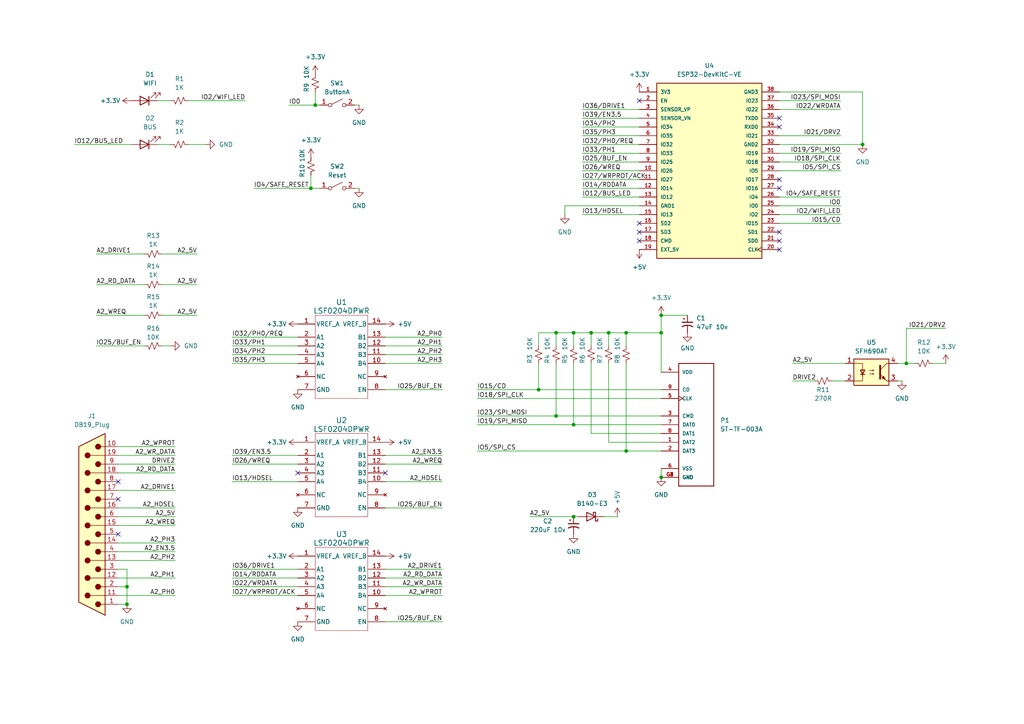
<source format=kicad_sch>
(kicad_sch (version 20230121) (generator eeschema)

  (uuid 163d4287-7276-444e-b8da-db04cfc3db51)

  (paper "A4")

  (title_block
    (title "FujiApple DevKit SmartPort ")
    (date "2024-01-01")
    (rev "v1.0")
    (company "Chris Tersteeg")
  )

  (lib_symbols
    (symbol "2024-01-01_21-13-22:LSF0204DPWR" (pin_names (offset 0.254)) (in_bom yes) (on_board yes)
      (property "Reference" "U" (at 0 0 0)
        (effects (font (size 1.524 1.524)))
      )
      (property "Value" "LSF0204DPWR" (at 0 12.7 0)
        (effects (font (size 1.524 1.524)))
      )
      (property "Footprint" "PW0014A_N" (at 0 -13.97 0)
        (effects (font (size 1.27 1.27) italic) hide)
      )
      (property "Datasheet" "LSF0204DPWR" (at 0 -16.51 0)
        (effects (font (size 1.27 1.27) italic) hide)
      )
      (property "ki_locked" "" (at 0 0 0)
        (effects (font (size 1.27 1.27)))
      )
      (property "ki_keywords" "LSF0204DPWR" (at 0 0 0)
        (effects (font (size 1.27 1.27)) hide)
      )
      (property "ki_fp_filters" "PW0014A_N PW0014A_M PW0014A_L" (at 0 0 0)
        (effects (font (size 1.27 1.27)) hide)
      )
      (symbol "LSF0204DPWR_0_1"
        (polyline
          (pts
            (xy -7.62 -12.7)
            (xy 7.62 -12.7)
          )
          (stroke (width 0.1016) (type default))
          (fill (type none))
        )
        (polyline
          (pts
            (xy -7.62 11.43)
            (xy -7.62 -12.7)
          )
          (stroke (width 0.1016) (type default))
          (fill (type none))
        )
        (polyline
          (pts
            (xy 7.62 -12.7)
            (xy 7.62 11.43)
          )
          (stroke (width 0.1016) (type default))
          (fill (type none))
        )
        (polyline
          (pts
            (xy 7.62 11.43)
            (xy -7.62 11.43)
          )
          (stroke (width 0.1016) (type default))
          (fill (type none))
        )
        (pin power_in line (at -12.7 8.89 0) (length 5.08)
          (name "VREF_A" (effects (font (size 1.27 1.27))))
          (number "1" (effects (font (size 1.27 1.27))))
        )
        (pin bidirectional line (at 12.7 -2.54 180) (length 5.08)
          (name "B4" (effects (font (size 1.27 1.27))))
          (number "10" (effects (font (size 1.27 1.27))))
        )
        (pin bidirectional line (at 12.7 0 180) (length 5.08)
          (name "B3" (effects (font (size 1.27 1.27))))
          (number "11" (effects (font (size 1.27 1.27))))
        )
        (pin bidirectional line (at 12.7 2.54 180) (length 5.08)
          (name "B2" (effects (font (size 1.27 1.27))))
          (number "12" (effects (font (size 1.27 1.27))))
        )
        (pin bidirectional line (at 12.7 5.08 180) (length 5.08)
          (name "B1" (effects (font (size 1.27 1.27))))
          (number "13" (effects (font (size 1.27 1.27))))
        )
        (pin power_in line (at 12.7 8.89 180) (length 5.08)
          (name "VREF_B" (effects (font (size 1.27 1.27))))
          (number "14" (effects (font (size 1.27 1.27))))
        )
        (pin bidirectional line (at -12.7 5.08 0) (length 5.08)
          (name "A1" (effects (font (size 1.27 1.27))))
          (number "2" (effects (font (size 1.27 1.27))))
        )
        (pin bidirectional line (at -12.7 2.54 0) (length 5.08)
          (name "A2" (effects (font (size 1.27 1.27))))
          (number "3" (effects (font (size 1.27 1.27))))
        )
        (pin bidirectional line (at -12.7 0 0) (length 5.08)
          (name "A3" (effects (font (size 1.27 1.27))))
          (number "4" (effects (font (size 1.27 1.27))))
        )
        (pin bidirectional line (at -12.7 -2.54 0) (length 5.08)
          (name "A4" (effects (font (size 1.27 1.27))))
          (number "5" (effects (font (size 1.27 1.27))))
        )
        (pin power_in line (at -12.7 -10.16 0) (length 5.08)
          (name "GND" (effects (font (size 1.27 1.27))))
          (number "7" (effects (font (size 1.27 1.27))))
        )
        (pin input line (at 12.7 -10.16 180) (length 5.08)
          (name "EN" (effects (font (size 1.27 1.27))))
          (number "8" (effects (font (size 1.27 1.27))))
        )
      )
      (symbol "LSF0204DPWR_1_1"
        (pin no_connect line (at -12.7 -6.35 0) (length 5.08)
          (name "NC" (effects (font (size 1.27 1.27))))
          (number "6" (effects (font (size 1.27 1.27))))
        )
        (pin no_connect line (at 12.7 -6.35 180) (length 5.08)
          (name "NC" (effects (font (size 1.27 1.27))))
          (number "9" (effects (font (size 1.27 1.27))))
        )
      )
    )
    (symbol "Device:C_Polarized_Small_US" (pin_numbers hide) (pin_names (offset 0.254) hide) (in_bom yes) (on_board yes)
      (property "Reference" "C" (at 0.254 1.778 0)
        (effects (font (size 1.27 1.27)) (justify left))
      )
      (property "Value" "C_Polarized_Small_US" (at 0.254 -2.032 0)
        (effects (font (size 1.27 1.27)) (justify left))
      )
      (property "Footprint" "" (at 0 0 0)
        (effects (font (size 1.27 1.27)) hide)
      )
      (property "Datasheet" "~" (at 0 0 0)
        (effects (font (size 1.27 1.27)) hide)
      )
      (property "ki_keywords" "cap capacitor" (at 0 0 0)
        (effects (font (size 1.27 1.27)) hide)
      )
      (property "ki_description" "Polarized capacitor, small US symbol" (at 0 0 0)
        (effects (font (size 1.27 1.27)) hide)
      )
      (property "ki_fp_filters" "CP_*" (at 0 0 0)
        (effects (font (size 1.27 1.27)) hide)
      )
      (symbol "C_Polarized_Small_US_0_1"
        (polyline
          (pts
            (xy -1.524 0.508)
            (xy 1.524 0.508)
          )
          (stroke (width 0.3048) (type default))
          (fill (type none))
        )
        (polyline
          (pts
            (xy -1.27 1.524)
            (xy -0.762 1.524)
          )
          (stroke (width 0) (type default))
          (fill (type none))
        )
        (polyline
          (pts
            (xy -1.016 1.27)
            (xy -1.016 1.778)
          )
          (stroke (width 0) (type default))
          (fill (type none))
        )
        (arc (start 1.524 -0.762) (mid 0 -0.3734) (end -1.524 -0.762)
          (stroke (width 0.3048) (type default))
          (fill (type none))
        )
      )
      (symbol "C_Polarized_Small_US_1_1"
        (pin passive line (at 0 2.54 270) (length 2.032)
          (name "~" (effects (font (size 1.27 1.27))))
          (number "1" (effects (font (size 1.27 1.27))))
        )
        (pin passive line (at 0 -2.54 90) (length 2.032)
          (name "~" (effects (font (size 1.27 1.27))))
          (number "2" (effects (font (size 1.27 1.27))))
        )
      )
    )
    (symbol "Device:LED" (pin_numbers hide) (pin_names (offset 1.016) hide) (in_bom yes) (on_board yes)
      (property "Reference" "D" (at 0 2.54 0)
        (effects (font (size 1.27 1.27)))
      )
      (property "Value" "LED" (at 0 -2.54 0)
        (effects (font (size 1.27 1.27)))
      )
      (property "Footprint" "" (at 0 0 0)
        (effects (font (size 1.27 1.27)) hide)
      )
      (property "Datasheet" "~" (at 0 0 0)
        (effects (font (size 1.27 1.27)) hide)
      )
      (property "ki_keywords" "LED diode" (at 0 0 0)
        (effects (font (size 1.27 1.27)) hide)
      )
      (property "ki_description" "Light emitting diode" (at 0 0 0)
        (effects (font (size 1.27 1.27)) hide)
      )
      (property "ki_fp_filters" "LED* LED_SMD:* LED_THT:*" (at 0 0 0)
        (effects (font (size 1.27 1.27)) hide)
      )
      (symbol "LED_0_1"
        (polyline
          (pts
            (xy -1.27 -1.27)
            (xy -1.27 1.27)
          )
          (stroke (width 0.254) (type default))
          (fill (type none))
        )
        (polyline
          (pts
            (xy -1.27 0)
            (xy 1.27 0)
          )
          (stroke (width 0) (type default))
          (fill (type none))
        )
        (polyline
          (pts
            (xy 1.27 -1.27)
            (xy 1.27 1.27)
            (xy -1.27 0)
            (xy 1.27 -1.27)
          )
          (stroke (width 0.254) (type default))
          (fill (type none))
        )
        (polyline
          (pts
            (xy -3.048 -0.762)
            (xy -4.572 -2.286)
            (xy -3.81 -2.286)
            (xy -4.572 -2.286)
            (xy -4.572 -1.524)
          )
          (stroke (width 0) (type default))
          (fill (type none))
        )
        (polyline
          (pts
            (xy -1.778 -0.762)
            (xy -3.302 -2.286)
            (xy -2.54 -2.286)
            (xy -3.302 -2.286)
            (xy -3.302 -1.524)
          )
          (stroke (width 0) (type default))
          (fill (type none))
        )
      )
      (symbol "LED_1_1"
        (pin passive line (at -3.81 0 0) (length 2.54)
          (name "K" (effects (font (size 1.27 1.27))))
          (number "1" (effects (font (size 1.27 1.27))))
        )
        (pin passive line (at 3.81 0 180) (length 2.54)
          (name "A" (effects (font (size 1.27 1.27))))
          (number "2" (effects (font (size 1.27 1.27))))
        )
      )
    )
    (symbol "Device:R_Small_US" (pin_numbers hide) (pin_names (offset 0.254) hide) (in_bom yes) (on_board yes)
      (property "Reference" "R" (at 0.762 0.508 0)
        (effects (font (size 1.27 1.27)) (justify left))
      )
      (property "Value" "R_Small_US" (at 0.762 -1.016 0)
        (effects (font (size 1.27 1.27)) (justify left))
      )
      (property "Footprint" "" (at 0 0 0)
        (effects (font (size 1.27 1.27)) hide)
      )
      (property "Datasheet" "~" (at 0 0 0)
        (effects (font (size 1.27 1.27)) hide)
      )
      (property "ki_keywords" "r resistor" (at 0 0 0)
        (effects (font (size 1.27 1.27)) hide)
      )
      (property "ki_description" "Resistor, small US symbol" (at 0 0 0)
        (effects (font (size 1.27 1.27)) hide)
      )
      (property "ki_fp_filters" "R_*" (at 0 0 0)
        (effects (font (size 1.27 1.27)) hide)
      )
      (symbol "R_Small_US_1_1"
        (polyline
          (pts
            (xy 0 0)
            (xy 1.016 -0.381)
            (xy 0 -0.762)
            (xy -1.016 -1.143)
            (xy 0 -1.524)
          )
          (stroke (width 0) (type default))
          (fill (type none))
        )
        (polyline
          (pts
            (xy 0 1.524)
            (xy 1.016 1.143)
            (xy 0 0.762)
            (xy -1.016 0.381)
            (xy 0 0)
          )
          (stroke (width 0) (type default))
          (fill (type none))
        )
        (pin passive line (at 0 2.54 270) (length 1.016)
          (name "~" (effects (font (size 1.27 1.27))))
          (number "1" (effects (font (size 1.27 1.27))))
        )
        (pin passive line (at 0 -2.54 90) (length 1.016)
          (name "~" (effects (font (size 1.27 1.27))))
          (number "2" (effects (font (size 1.27 1.27))))
        )
      )
    )
    (symbol "Diode:B140-E3" (pin_numbers hide) (pin_names hide) (in_bom yes) (on_board yes)
      (property "Reference" "D" (at 0 2.54 0)
        (effects (font (size 1.27 1.27)))
      )
      (property "Value" "B140-E3" (at 0 -2.54 0)
        (effects (font (size 1.27 1.27)))
      )
      (property "Footprint" "Diode_SMD:D_SMA" (at 0 -4.445 0)
        (effects (font (size 1.27 1.27)) hide)
      )
      (property "Datasheet" "http://www.vishay.com/docs/88946/b120.pdf" (at 0 0 0)
        (effects (font (size 1.27 1.27)) hide)
      )
      (property "ki_keywords" "diode Schottky" (at 0 0 0)
        (effects (font (size 1.27 1.27)) hide)
      )
      (property "ki_description" "40V 1A Schottky Barrier Rectifier Diode, SMA(DO-214AC)" (at 0 0 0)
        (effects (font (size 1.27 1.27)) hide)
      )
      (property "ki_fp_filters" "D*SMA*" (at 0 0 0)
        (effects (font (size 1.27 1.27)) hide)
      )
      (symbol "B140-E3_0_1"
        (polyline
          (pts
            (xy 1.27 0)
            (xy -1.27 0)
          )
          (stroke (width 0) (type default))
          (fill (type none))
        )
        (polyline
          (pts
            (xy 1.27 1.27)
            (xy 1.27 -1.27)
            (xy -1.27 0)
            (xy 1.27 1.27)
          )
          (stroke (width 0.254) (type default))
          (fill (type none))
        )
        (polyline
          (pts
            (xy -1.905 0.635)
            (xy -1.905 1.27)
            (xy -1.27 1.27)
            (xy -1.27 -1.27)
            (xy -0.635 -1.27)
            (xy -0.635 -0.635)
          )
          (stroke (width 0.254) (type default))
          (fill (type none))
        )
      )
      (symbol "B140-E3_1_1"
        (pin passive line (at -3.81 0 0) (length 2.54)
          (name "K" (effects (font (size 1.27 1.27))))
          (number "1" (effects (font (size 1.27 1.27))))
        )
        (pin passive line (at 3.81 0 180) (length 2.54)
          (name "A" (effects (font (size 1.27 1.27))))
          (number "2" (effects (font (size 1.27 1.27))))
        )
      )
    )
    (symbol "ESP32-DEVKITC-32U:ESP32-DEVKITC-32U" (pin_names (offset 1.016)) (in_bom yes) (on_board yes)
      (property "Reference" "U" (at -15.2654 26.0604 0)
        (effects (font (size 1.27 1.27)) (justify left bottom))
      )
      (property "Value" "ESP32-DEVKITC-32U" (at -15.2654 -27.9654 0)
        (effects (font (size 1.27 1.27)) (justify left bottom))
      )
      (property "Footprint" "MODULE_ESP32-DEVKITC-32U" (at 0 0 0)
        (effects (font (size 1.27 1.27)) (justify left bottom) hide)
      )
      (property "Datasheet" "" (at 0 0 0)
        (effects (font (size 1.27 1.27)) (justify left bottom) hide)
      )
      (property "STANDARD" "Manufacturer Recommendations" (at 0 0 0)
        (effects (font (size 1.27 1.27)) (justify left bottom) hide)
      )
      (property "PARTREV" "N/A" (at 0 0 0)
        (effects (font (size 1.27 1.27)) (justify left bottom) hide)
      )
      (property "MANUFACTURER" "ESPRESSIF" (at 0 0 0)
        (effects (font (size 1.27 1.27)) (justify left bottom) hide)
      )
      (property "ki_locked" "" (at 0 0 0)
        (effects (font (size 1.27 1.27)))
      )
      (symbol "ESP32-DEVKITC-32U_0_0"
        (rectangle (start -15.24 -25.4) (end 15.24 25.4)
          (stroke (width 0.254) (type solid))
          (fill (type background))
        )
        (pin power_in line (at -20.32 22.86 0) (length 5.08)
          (name "3V3" (effects (font (size 1.016 1.016))))
          (number "1" (effects (font (size 1.016 1.016))))
        )
        (pin bidirectional line (at -20.32 0 0) (length 5.08)
          (name "IO26" (effects (font (size 1.016 1.016))))
          (number "10" (effects (font (size 1.016 1.016))))
        )
        (pin bidirectional line (at -20.32 -2.54 0) (length 5.08)
          (name "IO27" (effects (font (size 1.016 1.016))))
          (number "11" (effects (font (size 1.016 1.016))))
        )
        (pin bidirectional line (at -20.32 -5.08 0) (length 5.08)
          (name "IO14" (effects (font (size 1.016 1.016))))
          (number "12" (effects (font (size 1.016 1.016))))
        )
        (pin bidirectional line (at -20.32 -7.62 0) (length 5.08)
          (name "IO12" (effects (font (size 1.016 1.016))))
          (number "13" (effects (font (size 1.016 1.016))))
        )
        (pin power_in line (at -20.32 -10.16 0) (length 5.08)
          (name "GND1" (effects (font (size 1.016 1.016))))
          (number "14" (effects (font (size 1.016 1.016))))
        )
        (pin bidirectional line (at -20.32 -12.7 0) (length 5.08)
          (name "IO13" (effects (font (size 1.016 1.016))))
          (number "15" (effects (font (size 1.016 1.016))))
        )
        (pin bidirectional line (at -20.32 -15.24 0) (length 5.08)
          (name "SD2" (effects (font (size 1.016 1.016))))
          (number "16" (effects (font (size 1.016 1.016))))
        )
        (pin bidirectional line (at -20.32 -17.78 0) (length 5.08)
          (name "SD3" (effects (font (size 1.016 1.016))))
          (number "17" (effects (font (size 1.016 1.016))))
        )
        (pin bidirectional line (at -20.32 -20.32 0) (length 5.08)
          (name "CMD" (effects (font (size 1.016 1.016))))
          (number "18" (effects (font (size 1.016 1.016))))
        )
        (pin power_in line (at -20.32 -22.86 0) (length 5.08)
          (name "EXT_5V" (effects (font (size 1.016 1.016))))
          (number "19" (effects (font (size 1.016 1.016))))
        )
        (pin input line (at -20.32 20.32 0) (length 5.08)
          (name "EN" (effects (font (size 1.016 1.016))))
          (number "2" (effects (font (size 1.016 1.016))))
        )
        (pin input clock (at 20.32 -22.86 180) (length 5.08)
          (name "CLK" (effects (font (size 1.016 1.016))))
          (number "20" (effects (font (size 1.016 1.016))))
        )
        (pin bidirectional line (at 20.32 -20.32 180) (length 5.08)
          (name "SD0" (effects (font (size 1.016 1.016))))
          (number "21" (effects (font (size 1.016 1.016))))
        )
        (pin bidirectional line (at 20.32 -17.78 180) (length 5.08)
          (name "SD1" (effects (font (size 1.016 1.016))))
          (number "22" (effects (font (size 1.016 1.016))))
        )
        (pin bidirectional line (at 20.32 -15.24 180) (length 5.08)
          (name "IO15" (effects (font (size 1.016 1.016))))
          (number "23" (effects (font (size 1.016 1.016))))
        )
        (pin bidirectional line (at 20.32 -12.7 180) (length 5.08)
          (name "IO2" (effects (font (size 1.016 1.016))))
          (number "24" (effects (font (size 1.016 1.016))))
        )
        (pin bidirectional line (at 20.32 -10.16 180) (length 5.08)
          (name "IO0" (effects (font (size 1.016 1.016))))
          (number "25" (effects (font (size 1.016 1.016))))
        )
        (pin bidirectional line (at 20.32 -7.62 180) (length 5.08)
          (name "IO4" (effects (font (size 1.016 1.016))))
          (number "26" (effects (font (size 1.016 1.016))))
        )
        (pin bidirectional line (at 20.32 -5.08 180) (length 5.08)
          (name "IO16" (effects (font (size 1.016 1.016))))
          (number "27" (effects (font (size 1.016 1.016))))
        )
        (pin bidirectional line (at 20.32 -2.54 180) (length 5.08)
          (name "IO17" (effects (font (size 1.016 1.016))))
          (number "28" (effects (font (size 1.016 1.016))))
        )
        (pin bidirectional line (at 20.32 0 180) (length 5.08)
          (name "IO5" (effects (font (size 1.016 1.016))))
          (number "29" (effects (font (size 1.016 1.016))))
        )
        (pin input line (at -20.32 17.78 0) (length 5.08)
          (name "SENSOR_VP" (effects (font (size 1.016 1.016))))
          (number "3" (effects (font (size 1.016 1.016))))
        )
        (pin bidirectional line (at 20.32 2.54 180) (length 5.08)
          (name "IO18" (effects (font (size 1.016 1.016))))
          (number "30" (effects (font (size 1.016 1.016))))
        )
        (pin bidirectional line (at 20.32 5.08 180) (length 5.08)
          (name "IO19" (effects (font (size 1.016 1.016))))
          (number "31" (effects (font (size 1.016 1.016))))
        )
        (pin power_in line (at 20.32 7.62 180) (length 5.08)
          (name "GND2" (effects (font (size 1.016 1.016))))
          (number "32" (effects (font (size 1.016 1.016))))
        )
        (pin bidirectional line (at 20.32 10.16 180) (length 5.08)
          (name "IO21" (effects (font (size 1.016 1.016))))
          (number "33" (effects (font (size 1.016 1.016))))
        )
        (pin input line (at 20.32 12.7 180) (length 5.08)
          (name "RXD0" (effects (font (size 1.016 1.016))))
          (number "34" (effects (font (size 1.016 1.016))))
        )
        (pin output line (at 20.32 15.24 180) (length 5.08)
          (name "TXD0" (effects (font (size 1.016 1.016))))
          (number "35" (effects (font (size 1.016 1.016))))
        )
        (pin bidirectional line (at 20.32 17.78 180) (length 5.08)
          (name "IO22" (effects (font (size 1.016 1.016))))
          (number "36" (effects (font (size 1.016 1.016))))
        )
        (pin bidirectional line (at 20.32 20.32 180) (length 5.08)
          (name "IO23" (effects (font (size 1.016 1.016))))
          (number "37" (effects (font (size 1.016 1.016))))
        )
        (pin power_in line (at 20.32 22.86 180) (length 5.08)
          (name "GND3" (effects (font (size 1.016 1.016))))
          (number "38" (effects (font (size 1.016 1.016))))
        )
        (pin input line (at -20.32 15.24 0) (length 5.08)
          (name "SENSOR_VN" (effects (font (size 1.016 1.016))))
          (number "4" (effects (font (size 1.016 1.016))))
        )
        (pin bidirectional line (at -20.32 12.7 0) (length 5.08)
          (name "IO34" (effects (font (size 1.016 1.016))))
          (number "5" (effects (font (size 1.016 1.016))))
        )
        (pin bidirectional line (at -20.32 10.16 0) (length 5.08)
          (name "IO35" (effects (font (size 1.016 1.016))))
          (number "6" (effects (font (size 1.016 1.016))))
        )
        (pin bidirectional line (at -20.32 7.62 0) (length 5.08)
          (name "IO32" (effects (font (size 1.016 1.016))))
          (number "7" (effects (font (size 1.016 1.016))))
        )
        (pin bidirectional line (at -20.32 5.08 0) (length 5.08)
          (name "IO33" (effects (font (size 1.016 1.016))))
          (number "8" (effects (font (size 1.016 1.016))))
        )
        (pin bidirectional line (at -20.32 2.54 0) (length 5.08)
          (name "IO25" (effects (font (size 1.016 1.016))))
          (number "9" (effects (font (size 1.016 1.016))))
        )
      )
    )
    (symbol "GND_1" (power) (pin_names (offset 0)) (in_bom yes) (on_board yes)
      (property "Reference" "#PWR" (at 0 -6.35 0)
        (effects (font (size 1.27 1.27)) hide)
      )
      (property "Value" "GND_1" (at 0 -3.81 0)
        (effects (font (size 1.27 1.27)))
      )
      (property "Footprint" "" (at 0 0 0)
        (effects (font (size 1.27 1.27)) hide)
      )
      (property "Datasheet" "" (at 0 0 0)
        (effects (font (size 1.27 1.27)) hide)
      )
      (property "ki_keywords" "global power" (at 0 0 0)
        (effects (font (size 1.27 1.27)) hide)
      )
      (property "ki_description" "Power symbol creates a global label with name \"GND\" , ground" (at 0 0 0)
        (effects (font (size 1.27 1.27)) hide)
      )
      (symbol "GND_1_0_1"
        (polyline
          (pts
            (xy 0 0)
            (xy 0 -1.27)
            (xy 1.27 -1.27)
            (xy 0 -2.54)
            (xy -1.27 -1.27)
            (xy 0 -1.27)
          )
          (stroke (width 0) (type default))
          (fill (type none))
        )
      )
      (symbol "GND_1_1_1"
        (pin power_in line (at 0 0 270) (length 0) hide
          (name "GND" (effects (font (size 1.27 1.27))))
          (number "1" (effects (font (size 1.27 1.27))))
        )
      )
    )
    (symbol "Isolator:TLP291" (in_bom yes) (on_board yes)
      (property "Reference" "U" (at -5.08 5.08 0)
        (effects (font (size 1.27 1.27)) (justify left))
      )
      (property "Value" "TLP291" (at 0 5.08 0)
        (effects (font (size 1.27 1.27)) (justify left))
      )
      (property "Footprint" "Package_SO:SOIC-4_4.55x2.6mm_P1.27mm" (at -5.08 -5.08 0)
        (effects (font (size 1.27 1.27) italic) (justify left) hide)
      )
      (property "Datasheet" "https://toshiba.semicon-storage.com/info/docget.jsp?did=12884&prodName=TLP291" (at 0 0 0)
        (effects (font (size 1.27 1.27)) (justify left) hide)
      )
      (property "ki_keywords" "NPN DC Optocoupler" (at 0 0 0)
        (effects (font (size 1.27 1.27)) hide)
      )
      (property "ki_description" "DC Optocoupler, Vce 80V, CTR 50-100%, SOP4" (at 0 0 0)
        (effects (font (size 1.27 1.27)) hide)
      )
      (property "ki_fp_filters" "SOIC*4.55x2.6mm*P1.27mm*" (at 0 0 0)
        (effects (font (size 1.27 1.27)) hide)
      )
      (symbol "TLP291_0_1"
        (rectangle (start -5.08 3.81) (end 5.08 -3.81)
          (stroke (width 0.254) (type default))
          (fill (type background))
        )
        (polyline
          (pts
            (xy -3.175 -0.635)
            (xy -1.905 -0.635)
          )
          (stroke (width 0.254) (type default))
          (fill (type none))
        )
        (polyline
          (pts
            (xy 2.54 0.635)
            (xy 4.445 2.54)
          )
          (stroke (width 0) (type default))
          (fill (type none))
        )
        (polyline
          (pts
            (xy 4.445 -2.54)
            (xy 2.54 -0.635)
          )
          (stroke (width 0) (type default))
          (fill (type outline))
        )
        (polyline
          (pts
            (xy 4.445 -2.54)
            (xy 5.08 -2.54)
          )
          (stroke (width 0) (type default))
          (fill (type none))
        )
        (polyline
          (pts
            (xy 4.445 2.54)
            (xy 5.08 2.54)
          )
          (stroke (width 0) (type default))
          (fill (type none))
        )
        (polyline
          (pts
            (xy -2.54 -0.635)
            (xy -2.54 -2.54)
            (xy -5.08 -2.54)
          )
          (stroke (width 0) (type default))
          (fill (type none))
        )
        (polyline
          (pts
            (xy 2.54 1.905)
            (xy 2.54 -1.905)
            (xy 2.54 -1.905)
          )
          (stroke (width 0.508) (type default))
          (fill (type none))
        )
        (polyline
          (pts
            (xy -5.08 2.54)
            (xy -2.54 2.54)
            (xy -2.54 -1.27)
            (xy -2.54 0.635)
          )
          (stroke (width 0) (type default))
          (fill (type none))
        )
        (polyline
          (pts
            (xy -2.54 -0.635)
            (xy -3.175 0.635)
            (xy -1.905 0.635)
            (xy -2.54 -0.635)
          )
          (stroke (width 0.254) (type default))
          (fill (type none))
        )
        (polyline
          (pts
            (xy -0.508 -0.508)
            (xy 0.762 -0.508)
            (xy 0.381 -0.635)
            (xy 0.381 -0.381)
            (xy 0.762 -0.508)
          )
          (stroke (width 0) (type default))
          (fill (type none))
        )
        (polyline
          (pts
            (xy -0.508 0.508)
            (xy 0.762 0.508)
            (xy 0.381 0.381)
            (xy 0.381 0.635)
            (xy 0.762 0.508)
          )
          (stroke (width 0) (type default))
          (fill (type none))
        )
        (polyline
          (pts
            (xy 3.048 -1.651)
            (xy 3.556 -1.143)
            (xy 4.064 -2.159)
            (xy 3.048 -1.651)
            (xy 3.048 -1.651)
          )
          (stroke (width 0) (type default))
          (fill (type outline))
        )
      )
      (symbol "TLP291_1_1"
        (pin passive line (at -7.62 2.54 0) (length 2.54)
          (name "~" (effects (font (size 1.27 1.27))))
          (number "1" (effects (font (size 1.27 1.27))))
        )
        (pin passive line (at -7.62 -2.54 0) (length 2.54)
          (name "~" (effects (font (size 1.27 1.27))))
          (number "2" (effects (font (size 1.27 1.27))))
        )
        (pin passive line (at 7.62 -2.54 180) (length 2.54)
          (name "~" (effects (font (size 1.27 1.27))))
          (number "3" (effects (font (size 1.27 1.27))))
        )
        (pin passive line (at 7.62 2.54 180) (length 2.54)
          (name "~" (effects (font (size 1.27 1.27))))
          (number "4" (effects (font (size 1.27 1.27))))
        )
      )
    )
    (symbol "ST-TF-003A:ST-TF-003A" (pin_names (offset 1.016)) (in_bom yes) (on_board yes)
      (property "Reference" "P" (at 0 17.8054 0)
        (effects (font (size 1.27 1.27)) (justify left bottom))
      )
      (property "Value" "ST-TF-003A" (at 0 -20.3454 0)
        (effects (font (size 1.27 1.27)) (justify left bottom))
      )
      (property "Footprint" "SUNTECH_ST-TF-003A" (at 0 0 0)
        (effects (font (size 1.27 1.27)) (justify left bottom) hide)
      )
      (property "Datasheet" "" (at 0 0 0)
        (effects (font (size 1.27 1.27)) (justify left bottom) hide)
      )
      (property "MANUFACTURER" "Suntech" (at 0 0 0)
        (effects (font (size 1.27 1.27)) (justify left bottom) hide)
      )
      (property "ki_locked" "" (at 0 0 0)
        (effects (font (size 1.27 1.27)))
      )
      (symbol "ST-TF-003A_0_0"
        (polyline
          (pts
            (xy 0 -17.78)
            (xy 0 17.78)
          )
          (stroke (width 0.254) (type solid))
          (fill (type none))
        )
        (polyline
          (pts
            (xy 0 17.78)
            (xy 10.16 17.78)
          )
          (stroke (width 0.254) (type solid))
          (fill (type none))
        )
        (polyline
          (pts
            (xy 10.16 -17.78)
            (xy 0 -17.78)
          )
          (stroke (width 0.254) (type solid))
          (fill (type none))
        )
        (polyline
          (pts
            (xy 10.16 17.78)
            (xy 10.16 -17.78)
          )
          (stroke (width 0.254) (type solid))
          (fill (type none))
        )
        (pin bidirectional line (at -5.08 -5.08 0) (length 5.08)
          (name "DAT2" (effects (font (size 1.016 1.016))))
          (number "1" (effects (font (size 1.016 1.016))))
        )
        (pin bidirectional line (at -5.08 -7.62 0) (length 5.08)
          (name "DAT3" (effects (font (size 1.016 1.016))))
          (number "2" (effects (font (size 1.016 1.016))))
        )
        (pin bidirectional line (at -5.08 2.54 0) (length 5.08)
          (name "CMD" (effects (font (size 1.016 1.016))))
          (number "3" (effects (font (size 1.016 1.016))))
        )
        (pin power_in line (at -5.08 15.24 0) (length 5.08)
          (name "VDD" (effects (font (size 1.016 1.016))))
          (number "4" (effects (font (size 1.016 1.016))))
        )
        (pin input clock (at -5.08 7.62 0) (length 5.08)
          (name "CLK" (effects (font (size 1.016 1.016))))
          (number "5" (effects (font (size 1.016 1.016))))
        )
        (pin passive line (at -5.08 -12.7 0) (length 5.08)
          (name "VSS" (effects (font (size 1.016 1.016))))
          (number "6" (effects (font (size 1.016 1.016))))
        )
        (pin bidirectional line (at -5.08 0 0) (length 5.08)
          (name "DAT0" (effects (font (size 1.016 1.016))))
          (number "7" (effects (font (size 1.016 1.016))))
        )
        (pin bidirectional line (at -5.08 -2.54 0) (length 5.08)
          (name "DAT1" (effects (font (size 1.016 1.016))))
          (number "8" (effects (font (size 1.016 1.016))))
        )
        (pin input line (at -5.08 10.16 0) (length 5.08)
          (name "CD" (effects (font (size 1.016 1.016))))
          (number "9" (effects (font (size 1.016 1.016))))
        )
        (pin passive line (at -5.08 -15.24 0) (length 5.08)
          (name "GND" (effects (font (size 1.016 1.016))))
          (number "G2" (effects (font (size 1.016 1.016))))
        )
        (pin passive line (at -5.08 -15.24 0) (length 5.08)
          (name "GND" (effects (font (size 1.016 1.016))))
          (number "G3" (effects (font (size 1.016 1.016))))
        )
        (pin passive line (at -5.08 -15.24 0) (length 5.08)
          (name "GND" (effects (font (size 1.016 1.016))))
          (number "G4" (effects (font (size 1.016 1.016))))
        )
      )
      (symbol "ST-TF-003A_1_0"
        (pin passive line (at -5.08 -15.24 0) (length 5.08)
          (name "GND" (effects (font (size 1.016 1.016))))
          (number "G1" (effects (font (size 1.016 1.016))))
        )
      )
    )
    (symbol "Switch:SW_SPST" (pin_names (offset 0) hide) (in_bom yes) (on_board yes)
      (property "Reference" "SW" (at 0 3.175 0)
        (effects (font (size 1.27 1.27)))
      )
      (property "Value" "SW_SPST" (at 0 -2.54 0)
        (effects (font (size 1.27 1.27)))
      )
      (property "Footprint" "" (at 0 0 0)
        (effects (font (size 1.27 1.27)) hide)
      )
      (property "Datasheet" "~" (at 0 0 0)
        (effects (font (size 1.27 1.27)) hide)
      )
      (property "ki_keywords" "switch lever" (at 0 0 0)
        (effects (font (size 1.27 1.27)) hide)
      )
      (property "ki_description" "Single Pole Single Throw (SPST) switch" (at 0 0 0)
        (effects (font (size 1.27 1.27)) hide)
      )
      (symbol "SW_SPST_0_0"
        (circle (center -2.032 0) (radius 0.508)
          (stroke (width 0) (type default))
          (fill (type none))
        )
        (polyline
          (pts
            (xy -1.524 0.254)
            (xy 1.524 1.778)
          )
          (stroke (width 0) (type default))
          (fill (type none))
        )
        (circle (center 2.032 0) (radius 0.508)
          (stroke (width 0) (type default))
          (fill (type none))
        )
      )
      (symbol "SW_SPST_1_1"
        (pin passive line (at -5.08 0 0) (length 2.54)
          (name "A" (effects (font (size 1.27 1.27))))
          (number "1" (effects (font (size 1.27 1.27))))
        )
        (pin passive line (at 5.08 0 180) (length 2.54)
          (name "B" (effects (font (size 1.27 1.27))))
          (number "2" (effects (font (size 1.27 1.27))))
        )
      )
    )
    (symbol "Tersteeg:DB19_Plug" (pin_names (offset 1.016) hide) (in_bom yes) (on_board yes)
      (property "Reference" "J" (at 0 34.29 0)
        (effects (font (size 1.27 1.27)))
      )
      (property "Value" "DB19_Plug" (at 1.27 -27.305 0)
        (effects (font (size 1.27 1.27)))
      )
      (property "Footprint" "" (at 1.27 7.62 0)
        (effects (font (size 1.27 1.27)) hide)
      )
      (property "Datasheet" " ~" (at 1.27 7.62 0)
        (effects (font (size 1.27 1.27)) hide)
      )
      (property "ki_keywords" "male plug D-SUB connector" (at 0 0 0)
        (effects (font (size 1.27 1.27)) hide)
      )
      (property "ki_description" "19-pin male plug pin D-SUB connector" (at 0 0 0)
        (effects (font (size 1.27 1.27)) hide)
      )
      (property "ki_fp_filters" "DSUB*Male*" (at 0 0 0)
        (effects (font (size 1.27 1.27)) hide)
      )
      (symbol "DB19_Plug_0_1"
        (circle (center -0.508 -22.86) (radius 0.762)
          (stroke (width 0) (type default))
          (fill (type outline))
        )
        (circle (center -0.508 -17.78) (radius 0.762)
          (stroke (width 0) (type default))
          (fill (type outline))
        )
        (circle (center -0.508 -12.7) (radius 0.762)
          (stroke (width 0) (type default))
          (fill (type outline))
        )
        (circle (center -0.508 -7.62) (radius 0.762)
          (stroke (width 0) (type default))
          (fill (type outline))
        )
        (circle (center -0.508 -2.54) (radius 0.762)
          (stroke (width 0) (type default))
          (fill (type outline))
        )
        (circle (center -0.508 2.54) (radius 0.762)
          (stroke (width 0) (type default))
          (fill (type outline))
        )
        (circle (center -0.508 7.62) (radius 0.762)
          (stroke (width 0) (type default))
          (fill (type outline))
        )
        (circle (center -0.508 12.7) (radius 0.762)
          (stroke (width 0) (type default))
          (fill (type outline))
        )
        (circle (center -0.508 17.78) (radius 0.762)
          (stroke (width 0) (type default))
          (fill (type outline))
        )
        (circle (center -0.508 22.86) (radius 0.762)
          (stroke (width 0) (type default))
          (fill (type outline))
        )
        (polyline
          (pts
            (xy -2.54 -22.86)
            (xy -1.27 -22.86)
          )
          (stroke (width 0) (type default))
          (fill (type none))
        )
        (polyline
          (pts
            (xy -2.54 -20.32)
            (xy 1.778 -20.32)
          )
          (stroke (width 0) (type default))
          (fill (type none))
        )
        (polyline
          (pts
            (xy -2.54 -17.78)
            (xy -1.27 -17.78)
          )
          (stroke (width 0) (type default))
          (fill (type none))
        )
        (polyline
          (pts
            (xy -2.54 -15.24)
            (xy 1.778 -15.24)
          )
          (stroke (width 0) (type default))
          (fill (type none))
        )
        (polyline
          (pts
            (xy -2.54 -12.7)
            (xy -1.27 -12.7)
          )
          (stroke (width 0) (type default))
          (fill (type none))
        )
        (polyline
          (pts
            (xy -2.54 -10.16)
            (xy 1.778 -10.16)
          )
          (stroke (width 0) (type default))
          (fill (type none))
        )
        (polyline
          (pts
            (xy -2.54 -7.62)
            (xy -1.27 -7.62)
          )
          (stroke (width 0) (type default))
          (fill (type none))
        )
        (polyline
          (pts
            (xy -2.54 -5.08)
            (xy 1.778 -5.08)
          )
          (stroke (width 0) (type default))
          (fill (type none))
        )
        (polyline
          (pts
            (xy -2.54 -2.54)
            (xy -1.27 -2.54)
          )
          (stroke (width 0) (type default))
          (fill (type none))
        )
        (polyline
          (pts
            (xy -2.54 0)
            (xy 1.778 0)
          )
          (stroke (width 0) (type default))
          (fill (type none))
        )
        (polyline
          (pts
            (xy -2.54 2.54)
            (xy -1.27 2.54)
          )
          (stroke (width 0) (type default))
          (fill (type none))
        )
        (polyline
          (pts
            (xy -2.54 5.08)
            (xy 1.778 5.08)
          )
          (stroke (width 0) (type default))
          (fill (type none))
        )
        (polyline
          (pts
            (xy -2.54 7.62)
            (xy -1.27 7.62)
          )
          (stroke (width 0) (type default))
          (fill (type none))
        )
        (polyline
          (pts
            (xy -2.54 10.16)
            (xy 1.778 10.16)
          )
          (stroke (width 0) (type default))
          (fill (type none))
        )
        (polyline
          (pts
            (xy -2.54 12.7)
            (xy -1.27 12.7)
          )
          (stroke (width 0) (type default))
          (fill (type none))
        )
        (polyline
          (pts
            (xy -2.54 15.24)
            (xy 1.778 15.24)
          )
          (stroke (width 0) (type default))
          (fill (type none))
        )
        (polyline
          (pts
            (xy -2.54 17.78)
            (xy -1.27 17.78)
          )
          (stroke (width 0) (type default))
          (fill (type none))
        )
        (polyline
          (pts
            (xy -2.54 20.32)
            (xy 1.778 20.32)
          )
          (stroke (width 0) (type default))
          (fill (type none))
        )
        (polyline
          (pts
            (xy -2.54 22.86)
            (xy -1.27 22.86)
          )
          (stroke (width 0) (type default))
          (fill (type none))
        )
        (polyline
          (pts
            (xy -2.54 -26.035)
            (xy 5.08 -22.225)
            (xy 5.08 22.86)
            (xy -2.54 26.67)
            (xy -2.54 -26.035)
          )
          (stroke (width 0.254) (type default))
          (fill (type background))
        )
        (circle (center 2.54 -20.32) (radius 0.762)
          (stroke (width 0) (type default))
          (fill (type outline))
        )
        (circle (center 2.54 -15.24) (radius 0.762)
          (stroke (width 0) (type default))
          (fill (type outline))
        )
        (circle (center 2.54 -10.16) (radius 0.762)
          (stroke (width 0) (type default))
          (fill (type outline))
        )
        (circle (center 2.54 -5.08) (radius 0.762)
          (stroke (width 0) (type default))
          (fill (type outline))
        )
        (circle (center 2.54 0) (radius 0.762)
          (stroke (width 0) (type default))
          (fill (type outline))
        )
        (circle (center 2.54 5.08) (radius 0.762)
          (stroke (width 0) (type default))
          (fill (type outline))
        )
        (circle (center 2.54 10.16) (radius 0.762)
          (stroke (width 0) (type default))
          (fill (type outline))
        )
        (circle (center 2.54 15.24) (radius 0.762)
          (stroke (width 0) (type default))
          (fill (type outline))
        )
        (circle (center 2.54 20.32) (radius 0.762)
          (stroke (width 0) (type default))
          (fill (type outline))
        )
      )
      (symbol "DB19_Plug_1_1"
        (pin passive line (at -6.35 -22.86 0) (length 3.81)
          (name "1" (effects (font (size 1.27 1.27))))
          (number "1" (effects (font (size 1.27 1.27))))
        )
        (pin passive line (at -6.35 22.86 0) (length 3.81)
          (name "10" (effects (font (size 1.27 1.27))))
          (number "10" (effects (font (size 1.27 1.27))))
        )
        (pin passive line (at -6.35 -20.32 0) (length 3.81)
          (name "P11" (effects (font (size 1.27 1.27))))
          (number "11" (effects (font (size 1.27 1.27))))
        )
        (pin passive line (at -6.35 -15.24 0) (length 3.81)
          (name "P12" (effects (font (size 1.27 1.27))))
          (number "12" (effects (font (size 1.27 1.27))))
        )
        (pin passive line (at -6.35 -10.16 0) (length 3.81)
          (name "P13" (effects (font (size 1.27 1.27))))
          (number "13" (effects (font (size 1.27 1.27))))
        )
        (pin passive line (at -6.35 -5.08 0) (length 3.81)
          (name "P14" (effects (font (size 1.27 1.27))))
          (number "14" (effects (font (size 1.27 1.27))))
        )
        (pin passive line (at -6.35 0 0) (length 3.81)
          (name "P15" (effects (font (size 1.27 1.27))))
          (number "15" (effects (font (size 1.27 1.27))))
        )
        (pin passive line (at -6.35 5.08 0) (length 3.81)
          (name "P16" (effects (font (size 1.27 1.27))))
          (number "16" (effects (font (size 1.27 1.27))))
        )
        (pin passive line (at -6.35 10.16 0) (length 3.81)
          (name "P17" (effects (font (size 1.27 1.27))))
          (number "17" (effects (font (size 1.27 1.27))))
        )
        (pin passive line (at -6.35 15.24 0) (length 3.81)
          (name "P18" (effects (font (size 1.27 1.27))))
          (number "18" (effects (font (size 1.27 1.27))))
        )
        (pin passive line (at -6.35 20.32 0) (length 3.81)
          (name "P19" (effects (font (size 1.27 1.27))))
          (number "19" (effects (font (size 1.27 1.27))))
        )
        (pin passive line (at -6.35 -17.78 0) (length 3.81)
          (name "2" (effects (font (size 1.27 1.27))))
          (number "2" (effects (font (size 1.27 1.27))))
        )
        (pin passive line (at -6.35 -12.7 0) (length 3.81)
          (name "3" (effects (font (size 1.27 1.27))))
          (number "3" (effects (font (size 1.27 1.27))))
        )
        (pin passive line (at -6.35 -7.62 0) (length 3.81)
          (name "4" (effects (font (size 1.27 1.27))))
          (number "4" (effects (font (size 1.27 1.27))))
        )
        (pin passive line (at -6.35 -2.54 0) (length 3.81)
          (name "5" (effects (font (size 1.27 1.27))))
          (number "5" (effects (font (size 1.27 1.27))))
        )
        (pin passive line (at -6.35 2.54 0) (length 3.81)
          (name "6" (effects (font (size 1.27 1.27))))
          (number "6" (effects (font (size 1.27 1.27))))
        )
        (pin passive line (at -6.35 7.62 0) (length 3.81)
          (name "7" (effects (font (size 1.27 1.27))))
          (number "7" (effects (font (size 1.27 1.27))))
        )
        (pin passive line (at -6.35 12.7 0) (length 3.81)
          (name "8" (effects (font (size 1.27 1.27))))
          (number "8" (effects (font (size 1.27 1.27))))
        )
        (pin passive line (at -6.35 17.78 0) (length 3.81)
          (name "9" (effects (font (size 1.27 1.27))))
          (number "9" (effects (font (size 1.27 1.27))))
        )
      )
    )
    (symbol "power:+3.3V" (power) (pin_names (offset 0)) (in_bom yes) (on_board yes)
      (property "Reference" "#PWR" (at 0 -3.81 0)
        (effects (font (size 1.27 1.27)) hide)
      )
      (property "Value" "+3.3V" (at 0 3.556 0)
        (effects (font (size 1.27 1.27)))
      )
      (property "Footprint" "" (at 0 0 0)
        (effects (font (size 1.27 1.27)) hide)
      )
      (property "Datasheet" "" (at 0 0 0)
        (effects (font (size 1.27 1.27)) hide)
      )
      (property "ki_keywords" "global power" (at 0 0 0)
        (effects (font (size 1.27 1.27)) hide)
      )
      (property "ki_description" "Power symbol creates a global label with name \"+3.3V\"" (at 0 0 0)
        (effects (font (size 1.27 1.27)) hide)
      )
      (symbol "+3.3V_0_1"
        (polyline
          (pts
            (xy -0.762 1.27)
            (xy 0 2.54)
          )
          (stroke (width 0) (type default))
          (fill (type none))
        )
        (polyline
          (pts
            (xy 0 0)
            (xy 0 2.54)
          )
          (stroke (width 0) (type default))
          (fill (type none))
        )
        (polyline
          (pts
            (xy 0 2.54)
            (xy 0.762 1.27)
          )
          (stroke (width 0) (type default))
          (fill (type none))
        )
      )
      (symbol "+3.3V_1_1"
        (pin power_in line (at 0 0 90) (length 0) hide
          (name "+3.3V" (effects (font (size 1.27 1.27))))
          (number "1" (effects (font (size 1.27 1.27))))
        )
      )
    )
    (symbol "power:+5V" (power) (pin_names (offset 0)) (in_bom yes) (on_board yes)
      (property "Reference" "#PWR" (at 0 -3.81 0)
        (effects (font (size 1.27 1.27)) hide)
      )
      (property "Value" "+5V" (at 0 3.556 0)
        (effects (font (size 1.27 1.27)))
      )
      (property "Footprint" "" (at 0 0 0)
        (effects (font (size 1.27 1.27)) hide)
      )
      (property "Datasheet" "" (at 0 0 0)
        (effects (font (size 1.27 1.27)) hide)
      )
      (property "ki_keywords" "power-flag" (at 0 0 0)
        (effects (font (size 1.27 1.27)) hide)
      )
      (property "ki_description" "Power symbol creates a global label with name \"+5V\"" (at 0 0 0)
        (effects (font (size 1.27 1.27)) hide)
      )
      (symbol "+5V_0_1"
        (polyline
          (pts
            (xy -0.762 1.27)
            (xy 0 2.54)
          )
          (stroke (width 0) (type default))
          (fill (type none))
        )
        (polyline
          (pts
            (xy 0 0)
            (xy 0 2.54)
          )
          (stroke (width 0) (type default))
          (fill (type none))
        )
        (polyline
          (pts
            (xy 0 2.54)
            (xy 0.762 1.27)
          )
          (stroke (width 0) (type default))
          (fill (type none))
        )
      )
      (symbol "+5V_1_1"
        (pin power_in line (at 0 0 90) (length 0) hide
          (name "+5V" (effects (font (size 1.27 1.27))))
          (number "1" (effects (font (size 1.27 1.27))))
        )
      )
    )
    (symbol "power:GND" (power) (pin_names (offset 0)) (in_bom yes) (on_board yes)
      (property "Reference" "#PWR" (at 0 -6.35 0)
        (effects (font (size 1.27 1.27)) hide)
      )
      (property "Value" "GND" (at 0 -3.81 0)
        (effects (font (size 1.27 1.27)))
      )
      (property "Footprint" "" (at 0 0 0)
        (effects (font (size 1.27 1.27)) hide)
      )
      (property "Datasheet" "" (at 0 0 0)
        (effects (font (size 1.27 1.27)) hide)
      )
      (property "ki_keywords" "global power" (at 0 0 0)
        (effects (font (size 1.27 1.27)) hide)
      )
      (property "ki_description" "Power symbol creates a global label with name \"GND\" , ground" (at 0 0 0)
        (effects (font (size 1.27 1.27)) hide)
      )
      (symbol "GND_0_1"
        (polyline
          (pts
            (xy 0 0)
            (xy 0 -1.27)
            (xy 1.27 -1.27)
            (xy 0 -2.54)
            (xy -1.27 -1.27)
            (xy 0 -1.27)
          )
          (stroke (width 0) (type default))
          (fill (type none))
        )
      )
      (symbol "GND_1_1"
        (pin power_in line (at 0 0 270) (length 0) hide
          (name "GND" (effects (font (size 1.27 1.27))))
          (number "1" (effects (font (size 1.27 1.27))))
        )
      )
    )
  )

  (junction (at 176.53 96.52) (diameter 0) (color 0 0 0 0)
    (uuid 07654578-6359-4295-a010-fdda99f29515)
  )
  (junction (at 166.37 96.52) (diameter 0) (color 0 0 0 0)
    (uuid 07a6a61e-5841-4889-ae56-b9f09e024590)
  )
  (junction (at 36.83 170.18) (diameter 0) (color 0 0 0 0)
    (uuid 1ad9d125-3f10-4c24-b4bb-cdc8bf325a2f)
  )
  (junction (at 90.17 54.61) (diameter 0) (color 0 0 0 0)
    (uuid 1f63f6a2-4d36-4c73-b60f-d81747b1f2f5)
  )
  (junction (at 166.37 123.19) (diameter 0) (color 0 0 0 0)
    (uuid 3b031ae3-057c-4596-b7cb-adf8ea3749f3)
  )
  (junction (at 262.89 105.41) (diameter 0) (color 0 0 0 0)
    (uuid 57ba2c77-a7e7-42f9-a68a-fc624adfb4e5)
  )
  (junction (at 161.29 96.52) (diameter 0) (color 0 0 0 0)
    (uuid 6b6ae847-0bbe-4037-abd1-a1560596909a)
  )
  (junction (at 36.83 175.26) (diameter 0) (color 0 0 0 0)
    (uuid 77186ffa-5db8-42fe-8ec4-8d9aaa6db7f5)
  )
  (junction (at 156.21 113.03) (diameter 0) (color 0 0 0 0)
    (uuid 96692d7a-1d0b-430c-ad7a-7f1bfe13edf2)
  )
  (junction (at 191.77 138.43) (diameter 0) (color 0 0 0 0)
    (uuid 9ac0b660-823c-4aaf-9128-7d61798f6ef6)
  )
  (junction (at 191.77 96.52) (diameter 0) (color 0 0 0 0)
    (uuid 9ae40b61-4b63-4465-aae2-b13275e3a9b7)
  )
  (junction (at 91.44 30.48) (diameter 0) (color 0 0 0 0)
    (uuid ae4a2a97-5801-410c-8c64-d4fb12b23ea9)
  )
  (junction (at 181.61 96.52) (diameter 0) (color 0 0 0 0)
    (uuid cf7c57d5-297c-45d7-b471-287046ed3002)
  )
  (junction (at 166.37 149.86) (diameter 0) (color 0 0 0 0)
    (uuid e902a430-dab4-4f3d-971a-f1d3ad7521d4)
  )
  (junction (at 161.29 120.65) (diameter 0) (color 0 0 0 0)
    (uuid e9852937-2208-4601-b444-ef823f8d2621)
  )
  (junction (at 171.45 96.52) (diameter 0) (color 0 0 0 0)
    (uuid f4308efc-9c23-467c-a130-d2ae260cc79b)
  )
  (junction (at 191.77 91.44) (diameter 0) (color 0 0 0 0)
    (uuid f57fdcc5-94f4-4922-92d2-0a9f08b7f449)
  )
  (junction (at 250.19 41.91) (diameter 0) (color 0 0 0 0)
    (uuid f774764b-8d0c-4f05-b1f7-c243076ba2f0)
  )
  (junction (at 181.61 130.81) (diameter 0) (color 0 0 0 0)
    (uuid fbd84b72-087e-4cec-a459-34fd11fa1b30)
  )

  (no_connect (at 185.42 29.21) (uuid 08bbcfb5-9076-4020-9d3b-d13f6d6fe996))
  (no_connect (at 34.29 144.78) (uuid 11f9e8aa-ec17-4f3c-b855-52fc829a756e))
  (no_connect (at 86.36 137.16) (uuid 183705fb-8fd5-479d-bf78-bbf4217bb39a))
  (no_connect (at 226.06 52.07) (uuid 222a0fbe-7356-4171-8245-466932fc17c2))
  (no_connect (at 185.42 69.85) (uuid 2c9848ac-e1ed-4907-99b6-00e228d378f8))
  (no_connect (at 226.06 72.39) (uuid 40a1cdcc-1bf9-4819-90bd-76916700642c))
  (no_connect (at 34.29 139.7) (uuid 42e54d99-9427-4d1a-879a-048d1357018a))
  (no_connect (at 226.06 36.83) (uuid 52cfe0de-58b6-4632-bbd0-24a71246b2db))
  (no_connect (at 226.06 54.61) (uuid 705b9a43-19dd-43ce-922f-d4543b6dffad))
  (no_connect (at 226.06 34.29) (uuid 7ff49a2c-3cec-4b19-8488-8adeea986f92))
  (no_connect (at 34.29 154.94) (uuid a326e9fe-f3f3-4d16-b33a-ea7fb3d69b30))
  (no_connect (at 226.06 69.85) (uuid c5289346-8680-4a28-862c-99515e81f94d))
  (no_connect (at 226.06 67.31) (uuid d3419328-22a7-4897-9429-a18d4905e1c6))
  (no_connect (at 185.42 64.77) (uuid d36cbd03-44d2-456d-bbda-5c0e7f94007b))
  (no_connect (at 185.42 67.31) (uuid dce9033e-3949-4b12-a92e-e7240a8519d4))
  (no_connect (at 111.76 137.16) (uuid e6a30315-57a0-4a6e-8634-91d9e5702ab3))

  (wire (pts (xy 54.61 29.21) (xy 71.12 29.21))
    (stroke (width 0) (type default))
    (uuid 0300298b-e782-4fa6-bde6-1d93a18a92eb)
  )
  (wire (pts (xy 262.89 95.25) (xy 262.89 105.41))
    (stroke (width 0) (type default))
    (uuid 035d926e-8d46-480e-ab8a-fcdec2188a01)
  )
  (wire (pts (xy 265.43 105.41) (xy 262.89 105.41))
    (stroke (width 0) (type default))
    (uuid 07021f4b-1dc8-4ba7-90ac-b1b0a0f2cb07)
  )
  (wire (pts (xy 166.37 96.52) (xy 166.37 100.33))
    (stroke (width 0) (type default))
    (uuid 073a1485-3c8c-45c7-93de-c53feabe6ed0)
  )
  (wire (pts (xy 191.77 91.44) (xy 199.39 91.44))
    (stroke (width 0) (type default))
    (uuid 07543b56-fecb-4de4-8e0c-40c1a8a612d3)
  )
  (wire (pts (xy 45.72 41.91) (xy 49.53 41.91))
    (stroke (width 0) (type default))
    (uuid 0af1e2b2-c3ea-4b3b-a0d0-39906cc077ca)
  )
  (wire (pts (xy 226.06 29.21) (xy 243.84 29.21))
    (stroke (width 0) (type default))
    (uuid 0b78e1a7-2c8a-43ed-a612-bb791039a385)
  )
  (wire (pts (xy 38.1 41.91) (xy 21.59 41.91))
    (stroke (width 0) (type default))
    (uuid 0cbb985c-c8e9-4617-8a28-0b85ea6dbd8e)
  )
  (wire (pts (xy 34.29 137.16) (xy 50.8 137.16))
    (stroke (width 0) (type default))
    (uuid 0d03be84-0047-4d3c-9994-e982b9b60e24)
  )
  (wire (pts (xy 156.21 105.41) (xy 156.21 113.03))
    (stroke (width 0) (type default))
    (uuid 0ed6c088-d2c7-465f-8eca-6b7c076b7539)
  )
  (wire (pts (xy 156.21 113.03) (xy 191.77 113.03))
    (stroke (width 0) (type default))
    (uuid 102d321f-6463-48d8-a5a9-f4cdf9495479)
  )
  (wire (pts (xy 111.76 180.34) (xy 128.27 180.34))
    (stroke (width 0) (type default))
    (uuid 104254e7-50db-40c7-9664-ce188a3f402f)
  )
  (wire (pts (xy 191.77 135.89) (xy 191.77 138.43))
    (stroke (width 0) (type default))
    (uuid 13c8b496-7850-45e1-8c15-66b13f02851f)
  )
  (wire (pts (xy 128.27 100.33) (xy 111.76 100.33))
    (stroke (width 0) (type default))
    (uuid 16725ed2-9da1-42d7-846d-f2682cf020c9)
  )
  (wire (pts (xy 176.53 96.52) (xy 181.61 96.52))
    (stroke (width 0) (type default))
    (uuid 17d2ff05-cc3c-4042-82ed-0ce0c9a738c0)
  )
  (wire (pts (xy 36.83 170.18) (xy 36.83 165.1))
    (stroke (width 0) (type default))
    (uuid 1a6f22f6-0b17-45e7-bdd2-6c3561a874f1)
  )
  (wire (pts (xy 41.91 73.66) (xy 27.94 73.66))
    (stroke (width 0) (type default))
    (uuid 1aa325ec-5a13-4942-99c0-e632cbeb08d2)
  )
  (wire (pts (xy 168.91 57.15) (xy 185.42 57.15))
    (stroke (width 0) (type default))
    (uuid 1c0d61fd-1a81-43bc-b1d7-f917eb669ec2)
  )
  (wire (pts (xy 226.06 31.75) (xy 243.84 31.75))
    (stroke (width 0) (type default))
    (uuid 2054204d-6519-4933-8c82-853cb4a2ae51)
  )
  (wire (pts (xy 138.43 123.19) (xy 166.37 123.19))
    (stroke (width 0) (type default))
    (uuid 20f3220b-d176-4dc9-9e47-c8e6ab9a9b05)
  )
  (wire (pts (xy 171.45 96.52) (xy 176.53 96.52))
    (stroke (width 0) (type default))
    (uuid 2541ed58-202a-4ee1-ac6b-15f0053a5504)
  )
  (wire (pts (xy 175.26 149.86) (xy 179.07 149.86))
    (stroke (width 0) (type default))
    (uuid 27651e20-2178-4ad5-95f9-856e1623aab8)
  )
  (wire (pts (xy 111.76 147.32) (xy 128.27 147.32))
    (stroke (width 0) (type default))
    (uuid 2aa8a518-732c-46ca-9a37-6ecbea9540c1)
  )
  (wire (pts (xy 111.76 172.72) (xy 128.27 172.72))
    (stroke (width 0) (type default))
    (uuid 2c2ab32e-0df9-42a5-999b-69ba8cd808bf)
  )
  (wire (pts (xy 168.91 31.75) (xy 185.42 31.75))
    (stroke (width 0) (type default))
    (uuid 2d3c6144-172b-496d-8e2e-e56196a27fd9)
  )
  (wire (pts (xy 191.77 128.27) (xy 176.53 128.27))
    (stroke (width 0) (type default))
    (uuid 2e8352d7-19bc-48a0-9522-f83c39b1ef31)
  )
  (wire (pts (xy 67.31 167.64) (xy 86.36 167.64))
    (stroke (width 0) (type default))
    (uuid 2e971d65-aa04-40f4-ab2d-6f7481280924)
  )
  (wire (pts (xy 171.45 96.52) (xy 171.45 100.33))
    (stroke (width 0) (type default))
    (uuid 30e80865-1a08-4727-a3df-d273a370eaaa)
  )
  (wire (pts (xy 34.29 160.02) (xy 50.8 160.02))
    (stroke (width 0) (type default))
    (uuid 3444e530-55ae-496a-8538-391445609413)
  )
  (wire (pts (xy 138.43 130.81) (xy 181.61 130.81))
    (stroke (width 0) (type default))
    (uuid 34e67b27-f59d-415e-80ee-8929d3a3ae70)
  )
  (wire (pts (xy 90.17 50.8) (xy 90.17 54.61))
    (stroke (width 0) (type default))
    (uuid 376565ac-8321-4e91-a5b8-cba160526832)
  )
  (wire (pts (xy 36.83 165.1) (xy 34.29 165.1))
    (stroke (width 0) (type default))
    (uuid 3aa0ee8e-0721-46dc-b598-a0cae17992a0)
  )
  (wire (pts (xy 161.29 120.65) (xy 191.77 120.65))
    (stroke (width 0) (type default))
    (uuid 3c06306f-b4fd-44d0-a35a-7fa4778b1c87)
  )
  (wire (pts (xy 102.87 54.61) (xy 104.14 54.61))
    (stroke (width 0) (type default))
    (uuid 42f7e7b7-03d1-46f1-ab41-2f7e10d9053e)
  )
  (wire (pts (xy 226.06 44.45) (xy 243.84 44.45))
    (stroke (width 0) (type default))
    (uuid 437b6972-5647-415f-a606-0c6b1c93120f)
  )
  (wire (pts (xy 168.91 41.91) (xy 185.42 41.91))
    (stroke (width 0) (type default))
    (uuid 439edd11-82b4-4131-a457-b9dd8e2182b7)
  )
  (wire (pts (xy 191.77 96.52) (xy 191.77 107.95))
    (stroke (width 0) (type default))
    (uuid 4820532d-fe8f-4ec5-b4ef-d4a9e5d5f909)
  )
  (wire (pts (xy 111.76 113.03) (xy 128.27 113.03))
    (stroke (width 0) (type default))
    (uuid 4b500612-c1fc-4309-97e4-921886c78573)
  )
  (wire (pts (xy 50.8 132.08) (xy 34.29 132.08))
    (stroke (width 0) (type default))
    (uuid 4f47640d-f49e-4220-973d-ac26120785f2)
  )
  (wire (pts (xy 166.37 96.52) (xy 171.45 96.52))
    (stroke (width 0) (type default))
    (uuid 4f503d77-4759-4b56-927e-6c3c310648c4)
  )
  (wire (pts (xy 226.06 62.23) (xy 243.84 62.23))
    (stroke (width 0) (type default))
    (uuid 539c5443-5cf4-469c-8b3e-31fdaee4a328)
  )
  (wire (pts (xy 111.76 102.87) (xy 128.27 102.87))
    (stroke (width 0) (type default))
    (uuid 575413cb-523f-44b4-9f14-f88a503bae7a)
  )
  (wire (pts (xy 226.06 57.15) (xy 243.84 57.15))
    (stroke (width 0) (type default))
    (uuid 5a0d6f59-d8eb-4bfd-893c-4e4ed3bb1f4d)
  )
  (wire (pts (xy 163.83 59.69) (xy 163.83 62.23))
    (stroke (width 0) (type default))
    (uuid 5a6d7106-a619-483b-849e-ba7cdee0d9c8)
  )
  (wire (pts (xy 111.76 132.08) (xy 128.27 132.08))
    (stroke (width 0) (type default))
    (uuid 5b4fe346-6726-4c1b-a958-a0b1016f9f6f)
  )
  (wire (pts (xy 161.29 96.52) (xy 166.37 96.52))
    (stroke (width 0) (type default))
    (uuid 5eabcc76-394e-4900-a053-b469ca3a735d)
  )
  (wire (pts (xy 226.06 49.53) (xy 243.84 49.53))
    (stroke (width 0) (type default))
    (uuid 5f35f6b3-d8c1-40fa-b130-ca85b7319653)
  )
  (wire (pts (xy 67.31 134.62) (xy 86.36 134.62))
    (stroke (width 0) (type default))
    (uuid 5f809a66-15a4-432b-87c4-cdcd1dd6d6bb)
  )
  (wire (pts (xy 168.91 39.37) (xy 185.42 39.37))
    (stroke (width 0) (type default))
    (uuid 6126652d-cb3e-4f14-b7be-20aa480a0987)
  )
  (wire (pts (xy 176.53 96.52) (xy 176.53 100.33))
    (stroke (width 0) (type default))
    (uuid 617d843e-b69b-4000-8021-f9c62b0d2329)
  )
  (wire (pts (xy 226.06 46.99) (xy 243.84 46.99))
    (stroke (width 0) (type default))
    (uuid 619af21d-1bb6-436a-a841-2efde214cd6d)
  )
  (wire (pts (xy 83.82 30.48) (xy 91.44 30.48))
    (stroke (width 0) (type default))
    (uuid 627431ca-32fb-4748-bf89-5508bcf3c6a6)
  )
  (wire (pts (xy 241.3 110.49) (xy 245.11 110.49))
    (stroke (width 0) (type default))
    (uuid 6491c273-c58d-46f2-b202-65e94beae952)
  )
  (wire (pts (xy 168.91 34.29) (xy 185.42 34.29))
    (stroke (width 0) (type default))
    (uuid 651e6ba5-3ccb-4421-aaee-edde7b86409a)
  )
  (wire (pts (xy 73.66 54.61) (xy 90.17 54.61))
    (stroke (width 0) (type default))
    (uuid 65ad677a-9e8f-4122-bd4d-ed8deebf6922)
  )
  (wire (pts (xy 34.29 172.72) (xy 50.8 172.72))
    (stroke (width 0) (type default))
    (uuid 662b274d-df4a-4821-83b0-30c04a159b61)
  )
  (wire (pts (xy 168.91 36.83) (xy 185.42 36.83))
    (stroke (width 0) (type default))
    (uuid 66e4ffe4-e130-446f-8f16-4a9ec012de22)
  )
  (wire (pts (xy 67.31 165.1) (xy 86.36 165.1))
    (stroke (width 0) (type default))
    (uuid 677ddbb3-4955-485d-99d2-11c73c28957b)
  )
  (wire (pts (xy 34.29 175.26) (xy 36.83 175.26))
    (stroke (width 0) (type default))
    (uuid 68665bf0-b6a2-497f-914d-99c0086ff7b3)
  )
  (wire (pts (xy 46.99 73.66) (xy 57.15 73.66))
    (stroke (width 0) (type default))
    (uuid 6a3d5cae-24da-4e7f-bd15-8335eb403cff)
  )
  (wire (pts (xy 138.43 113.03) (xy 156.21 113.03))
    (stroke (width 0) (type default))
    (uuid 6dca7d32-be76-44de-b89f-dda5e0bc1b92)
  )
  (wire (pts (xy 67.31 139.7) (xy 86.36 139.7))
    (stroke (width 0) (type default))
    (uuid 6e54471a-acae-4f52-86fc-238ef21ebc77)
  )
  (wire (pts (xy 34.29 147.32) (xy 50.8 147.32))
    (stroke (width 0) (type default))
    (uuid 6f26ed44-43c1-45e5-82d1-9cc969c85ad2)
  )
  (wire (pts (xy 138.43 120.65) (xy 161.29 120.65))
    (stroke (width 0) (type default))
    (uuid 701c240c-aa49-466a-a498-b6bc4eb7fc40)
  )
  (wire (pts (xy 34.29 152.4) (xy 50.8 152.4))
    (stroke (width 0) (type default))
    (uuid 70cdc7b8-acce-400c-ab72-30953549a42d)
  )
  (wire (pts (xy 270.51 105.41) (xy 274.32 105.41))
    (stroke (width 0) (type default))
    (uuid 70ecee4d-72ab-493d-ae2b-3838165d797c)
  )
  (wire (pts (xy 67.31 170.18) (xy 86.36 170.18))
    (stroke (width 0) (type default))
    (uuid 71f03f41-3b73-4149-bd1d-79b3208a6642)
  )
  (wire (pts (xy 226.06 59.69) (xy 243.84 59.69))
    (stroke (width 0) (type default))
    (uuid 73750770-f53d-49bc-80e9-e06ee90717f9)
  )
  (wire (pts (xy 34.29 142.24) (xy 50.8 142.24))
    (stroke (width 0) (type default))
    (uuid 750f9bcb-d126-448b-9e44-2a438e0cc7db)
  )
  (wire (pts (xy 250.19 26.67) (xy 250.19 41.91))
    (stroke (width 0) (type default))
    (uuid 77f71bcd-8a66-4afb-a2a4-1ee3496b6317)
  )
  (wire (pts (xy 111.76 134.62) (xy 128.27 134.62))
    (stroke (width 0) (type default))
    (uuid 7939d768-581d-42c9-846f-2df9a70017ab)
  )
  (wire (pts (xy 34.29 134.62) (xy 50.8 134.62))
    (stroke (width 0) (type default))
    (uuid 7cdfc0e9-65b6-4c9d-81e6-e73973b2e5ca)
  )
  (wire (pts (xy 171.45 125.73) (xy 171.45 105.41))
    (stroke (width 0) (type default))
    (uuid 802b04de-b7cc-469c-a8c5-20e80c54f54e)
  )
  (wire (pts (xy 138.43 115.57) (xy 191.77 115.57))
    (stroke (width 0) (type default))
    (uuid 826384c3-e4d5-4055-a79f-fc321bbf3828)
  )
  (wire (pts (xy 185.42 59.69) (xy 163.83 59.69))
    (stroke (width 0) (type default))
    (uuid 87aeaa69-999e-4136-9d60-6f23e5cdb30f)
  )
  (wire (pts (xy 168.91 52.07) (xy 185.42 52.07))
    (stroke (width 0) (type default))
    (uuid 8a15eb26-8c18-40dc-bfc7-9fb8491e6a93)
  )
  (wire (pts (xy 34.29 162.56) (xy 50.8 162.56))
    (stroke (width 0) (type default))
    (uuid 8ae10d9e-a739-4b3a-9e33-28af035c21db)
  )
  (wire (pts (xy 67.31 100.33) (xy 86.36 100.33))
    (stroke (width 0) (type default))
    (uuid 8be15927-be55-476e-a3e9-316ce9346961)
  )
  (wire (pts (xy 45.72 29.21) (xy 49.53 29.21))
    (stroke (width 0) (type default))
    (uuid 8bec651a-7a38-4bfa-af71-f73da10c74dc)
  )
  (wire (pts (xy 166.37 123.19) (xy 191.77 123.19))
    (stroke (width 0) (type default))
    (uuid 8ccd71dc-21cc-4bae-b03f-75c84f79f3c3)
  )
  (wire (pts (xy 91.44 26.67) (xy 91.44 30.48))
    (stroke (width 0) (type default))
    (uuid 90213d53-a415-4e32-b8d8-94cb485fd93d)
  )
  (wire (pts (xy 153.67 149.86) (xy 166.37 149.86))
    (stroke (width 0) (type default))
    (uuid 921ba527-969e-4db1-b52e-afaae86e71b3)
  )
  (wire (pts (xy 260.35 110.49) (xy 261.62 110.49))
    (stroke (width 0) (type default))
    (uuid 927bc9b9-1a84-402b-a26b-3223ea812466)
  )
  (wire (pts (xy 156.21 100.33) (xy 156.21 96.52))
    (stroke (width 0) (type default))
    (uuid 94a97e8e-0453-4b11-817c-2af6d318a9fd)
  )
  (wire (pts (xy 156.21 96.52) (xy 161.29 96.52))
    (stroke (width 0) (type default))
    (uuid 959b0b9e-e135-442f-aa61-81987e6bcb0f)
  )
  (wire (pts (xy 111.76 167.64) (xy 128.27 167.64))
    (stroke (width 0) (type default))
    (uuid 9816dab7-250f-4881-bbe4-fb23f1b3b5fb)
  )
  (wire (pts (xy 191.77 91.44) (xy 191.77 96.52))
    (stroke (width 0) (type default))
    (uuid 98e39df4-5237-470a-89c4-22c80c0bd74f)
  )
  (wire (pts (xy 36.83 170.18) (xy 34.29 170.18))
    (stroke (width 0) (type default))
    (uuid a170e2b3-9a3d-4b82-96d6-918c26e3be0b)
  )
  (wire (pts (xy 90.17 54.61) (xy 92.71 54.61))
    (stroke (width 0) (type default))
    (uuid a669fecb-40e8-4372-aadd-7a50133c1b92)
  )
  (wire (pts (xy 161.29 96.52) (xy 161.29 100.33))
    (stroke (width 0) (type default))
    (uuid a84726f4-fa56-47b1-bdb4-d2f074d4fff6)
  )
  (wire (pts (xy 102.87 30.48) (xy 104.14 30.48))
    (stroke (width 0) (type default))
    (uuid a98ff8fd-4695-4555-8f37-9ce01bfd4458)
  )
  (wire (pts (xy 185.42 49.53) (xy 168.91 49.53))
    (stroke (width 0) (type default))
    (uuid ab618e4d-1fb8-4bd1-8ce2-be4a65a56be9)
  )
  (wire (pts (xy 176.53 128.27) (xy 176.53 105.41))
    (stroke (width 0) (type default))
    (uuid ac8555b9-03db-40b0-a3df-ed6b918d230a)
  )
  (wire (pts (xy 46.99 100.33) (xy 49.53 100.33))
    (stroke (width 0) (type default))
    (uuid afca83bf-9292-4cbd-942f-de248f25af54)
  )
  (wire (pts (xy 41.91 100.33) (xy 27.94 100.33))
    (stroke (width 0) (type default))
    (uuid b0f50926-1177-4d2d-a4a0-8b72ea0dc2fa)
  )
  (wire (pts (xy 226.06 39.37) (xy 243.84 39.37))
    (stroke (width 0) (type default))
    (uuid b137e7bf-97ad-4255-af3c-ee7ee72a4dcd)
  )
  (wire (pts (xy 111.76 105.41) (xy 128.27 105.41))
    (stroke (width 0) (type default))
    (uuid b302ff68-6ae1-48e6-b569-c806d2fa9011)
  )
  (wire (pts (xy 67.31 105.41) (xy 86.36 105.41))
    (stroke (width 0) (type default))
    (uuid b3d460db-9c03-4e91-bc16-264ac2b89625)
  )
  (wire (pts (xy 181.61 96.52) (xy 191.77 96.52))
    (stroke (width 0) (type default))
    (uuid b4337d78-ee2a-415c-9ce3-005d6f1d3a3d)
  )
  (wire (pts (xy 229.87 105.41) (xy 245.11 105.41))
    (stroke (width 0) (type default))
    (uuid b556083d-0eb3-42f0-90c7-e545e3c92428)
  )
  (wire (pts (xy 46.99 82.55) (xy 57.15 82.55))
    (stroke (width 0) (type default))
    (uuid b9e2d960-546b-4c22-8a0b-df6c4ee431d9)
  )
  (wire (pts (xy 226.06 41.91) (xy 250.19 41.91))
    (stroke (width 0) (type default))
    (uuid bc32d271-8f93-4830-b557-ed216ae4ada1)
  )
  (wire (pts (xy 41.91 82.55) (xy 27.94 82.55))
    (stroke (width 0) (type default))
    (uuid c1c9a766-0d8f-410c-9abc-20e74e7058c9)
  )
  (wire (pts (xy 168.91 46.99) (xy 185.42 46.99))
    (stroke (width 0) (type default))
    (uuid c5d8045b-65b2-421b-bf8b-ec6e260c0655)
  )
  (wire (pts (xy 226.06 64.77) (xy 243.84 64.77))
    (stroke (width 0) (type default))
    (uuid c8690eb5-3c6a-4fde-995b-fdddadc24220)
  )
  (wire (pts (xy 67.31 172.72) (xy 86.36 172.72))
    (stroke (width 0) (type default))
    (uuid c8a5d8a0-17c1-4c4f-bb6b-e392b78b1e85)
  )
  (wire (pts (xy 181.61 105.41) (xy 181.61 130.81))
    (stroke (width 0) (type default))
    (uuid c9789b18-a3b3-47df-a23e-d8c21cc59b8d)
  )
  (wire (pts (xy 50.8 167.64) (xy 34.29 167.64))
    (stroke (width 0) (type default))
    (uuid c98f3cc6-8e83-444d-9eac-33578e98d9a5)
  )
  (wire (pts (xy 191.77 125.73) (xy 171.45 125.73))
    (stroke (width 0) (type default))
    (uuid ce6798ab-7b33-4a1e-8273-434c7a0c9f27)
  )
  (wire (pts (xy 67.31 97.79) (xy 86.36 97.79))
    (stroke (width 0) (type default))
    (uuid cfd93950-944b-4ae1-9590-ca679bd67ace)
  )
  (wire (pts (xy 34.29 149.86) (xy 50.8 149.86))
    (stroke (width 0) (type default))
    (uuid cff8c57b-fd1e-4a31-8960-15009c18b3de)
  )
  (wire (pts (xy 161.29 105.41) (xy 161.29 120.65))
    (stroke (width 0) (type default))
    (uuid d38cb8b2-35d1-40cd-a4b5-2cf95d2c6986)
  )
  (wire (pts (xy 111.76 165.1) (xy 128.27 165.1))
    (stroke (width 0) (type default))
    (uuid d4374154-db4b-4240-95d6-2932315e020a)
  )
  (wire (pts (xy 67.31 132.08) (xy 86.36 132.08))
    (stroke (width 0) (type default))
    (uuid d76cffe9-b9b2-4031-bcc3-752e1e039c84)
  )
  (wire (pts (xy 91.44 30.48) (xy 92.71 30.48))
    (stroke (width 0) (type default))
    (uuid dcc58f1a-5cfc-45c1-a62b-250a4ba44cb8)
  )
  (wire (pts (xy 111.76 97.79) (xy 128.27 97.79))
    (stroke (width 0) (type default))
    (uuid dea1cbfd-dbc7-4641-b918-ed7ae2754c3b)
  )
  (wire (pts (xy 166.37 149.86) (xy 167.64 149.86))
    (stroke (width 0) (type default))
    (uuid e0438be6-00ab-4ea5-b30e-efc433ba8512)
  )
  (wire (pts (xy 54.61 41.91) (xy 59.69 41.91))
    (stroke (width 0) (type default))
    (uuid e39618ab-76ba-40c1-a76f-e882f0bcbed1)
  )
  (wire (pts (xy 67.31 102.87) (xy 86.36 102.87))
    (stroke (width 0) (type default))
    (uuid e413d5a4-11fd-4cdc-baa4-2d3c82757ef3)
  )
  (wire (pts (xy 41.91 91.44) (xy 27.94 91.44))
    (stroke (width 0) (type default))
    (uuid e498ad0e-d37f-4e3f-8aaf-5cf671ebd535)
  )
  (wire (pts (xy 168.91 54.61) (xy 185.42 54.61))
    (stroke (width 0) (type default))
    (uuid e6b9efb8-bbd6-4961-a162-a22b6ca647f7)
  )
  (wire (pts (xy 181.61 100.33) (xy 181.61 96.52))
    (stroke (width 0) (type default))
    (uuid ea7913f2-fd37-482d-9770-4798f8b7a864)
  )
  (wire (pts (xy 226.06 26.67) (xy 250.19 26.67))
    (stroke (width 0) (type default))
    (uuid ec13a23d-5035-44eb-838a-85d49e15dc99)
  )
  (wire (pts (xy 274.32 95.25) (xy 262.89 95.25))
    (stroke (width 0) (type default))
    (uuid efaa8436-bd56-4cfb-bbf9-114612ef3d98)
  )
  (wire (pts (xy 34.29 157.48) (xy 50.8 157.48))
    (stroke (width 0) (type default))
    (uuid f1e8da03-787e-494a-bee6-db544d276c2e)
  )
  (wire (pts (xy 166.37 105.41) (xy 166.37 123.19))
    (stroke (width 0) (type default))
    (uuid f1f36d2a-6949-4e30-8298-d96fcaf99dd3)
  )
  (wire (pts (xy 46.99 91.44) (xy 57.15 91.44))
    (stroke (width 0) (type default))
    (uuid f3c6383e-53bc-4d70-b6b2-f8cd75479509)
  )
  (wire (pts (xy 168.91 44.45) (xy 185.42 44.45))
    (stroke (width 0) (type default))
    (uuid f48c1135-d6fc-450b-98e6-873f55954990)
  )
  (wire (pts (xy 181.61 130.81) (xy 191.77 130.81))
    (stroke (width 0) (type default))
    (uuid f5b6e6d8-b57a-4f49-9543-c63ec085c2de)
  )
  (wire (pts (xy 36.83 175.26) (xy 36.83 170.18))
    (stroke (width 0) (type default))
    (uuid f80059a5-c757-43e1-a0fd-94492038b269)
  )
  (wire (pts (xy 111.76 139.7) (xy 128.27 139.7))
    (stroke (width 0) (type default))
    (uuid f9b635a6-47a5-4d17-b9f2-25c59294efb3)
  )
  (wire (pts (xy 168.91 62.23) (xy 185.42 62.23))
    (stroke (width 0) (type default))
    (uuid fa2cad22-1738-48e6-bd35-2c5090b19329)
  )
  (wire (pts (xy 262.89 105.41) (xy 260.35 105.41))
    (stroke (width 0) (type default))
    (uuid fb803baa-b8e5-489a-8aa3-d05e143f08a1)
  )
  (wire (pts (xy 236.22 110.49) (xy 229.87 110.49))
    (stroke (width 0) (type default))
    (uuid fd57d12f-7061-4a96-b307-ca9104795b01)
  )
  (wire (pts (xy 128.27 170.18) (xy 111.76 170.18))
    (stroke (width 0) (type default))
    (uuid fd6c9272-341c-4b42-9bcd-c01fcf796de4)
  )
  (wire (pts (xy 34.29 129.54) (xy 50.8 129.54))
    (stroke (width 0) (type default))
    (uuid fffeaf8c-cc8f-4b4d-b190-cbd70b2d84cd)
  )

  (label "IO39{slash}EN3.5" (at 67.31 132.08 0) (fields_autoplaced)
    (effects (font (size 1.27 1.27)) (justify left bottom))
    (uuid 0b425bf1-a957-44d1-8f16-811fedc1fa20)
  )
  (label "A2_WREQ" (at 27.94 91.44 0) (fields_autoplaced)
    (effects (font (size 1.27 1.27)) (justify left bottom))
    (uuid 0c7a9fcc-0733-415e-a6eb-915f15c3dc12)
  )
  (label "IO0" (at 83.82 30.48 0) (fields_autoplaced)
    (effects (font (size 1.27 1.27)) (justify left bottom))
    (uuid 0f84b917-c12b-4bf7-ac71-4093401a5a95)
  )
  (label "A2_RD_DATA" (at 50.8 137.16 180) (fields_autoplaced)
    (effects (font (size 1.27 1.27)) (justify right bottom))
    (uuid 106943d7-e656-49a3-b21a-098aefb94cfc)
  )
  (label "DRIVE2" (at 229.87 110.49 0) (fields_autoplaced)
    (effects (font (size 1.27 1.27)) (justify left bottom))
    (uuid 106a29d6-5c7b-4a28-9a14-2602281221ce)
  )
  (label "IO14{slash}RDDATA" (at 67.31 167.64 0) (fields_autoplaced)
    (effects (font (size 1.27 1.27)) (justify left bottom))
    (uuid 1279a821-d156-4c36-b870-bb3db146a4e6)
  )
  (label "IO18{slash}SPI_CLK" (at 138.43 115.57 0) (fields_autoplaced)
    (effects (font (size 1.27 1.27)) (justify left bottom))
    (uuid 14344dfe-ac48-4345-b918-4f9fc9347a17)
  )
  (label "IO27{slash}WRPROT{slash}ACK" (at 67.31 172.72 0) (fields_autoplaced)
    (effects (font (size 1.27 1.27)) (justify left bottom))
    (uuid 14cd806b-ef3c-4619-804d-d8f712136fc7)
  )
  (label "A2_HDSEL" (at 50.8 147.32 180) (fields_autoplaced)
    (effects (font (size 1.27 1.27)) (justify right bottom))
    (uuid 179647d2-223b-4e92-99b2-92e4beeda024)
  )
  (label "IO15{slash}CD" (at 138.43 113.03 0) (fields_autoplaced)
    (effects (font (size 1.27 1.27)) (justify left bottom))
    (uuid 17bb4dab-9add-46fe-aa9a-2eaec4a15337)
  )
  (label "IO34{slash}PH2" (at 67.31 102.87 0) (fields_autoplaced)
    (effects (font (size 1.27 1.27)) (justify left bottom))
    (uuid 1e4661a9-db53-4efc-882d-b8069b4d24de)
  )
  (label "A2_PH2" (at 50.8 162.56 180) (fields_autoplaced)
    (effects (font (size 1.27 1.27)) (justify right bottom))
    (uuid 1fb73de9-0319-482a-a871-a4be1ea8e06b)
  )
  (label "IO19{slash}SPI_MISO" (at 138.43 123.19 0) (fields_autoplaced)
    (effects (font (size 1.27 1.27)) (justify left bottom))
    (uuid 21e44568-6329-48d9-a6f1-8064caf54619)
  )
  (label "IO23{slash}SPI_MOSI" (at 138.43 120.65 0) (fields_autoplaced)
    (effects (font (size 1.27 1.27)) (justify left bottom))
    (uuid 27eeb68c-4016-4fc5-827b-3079e35752aa)
  )
  (label "IO35{slash}PH3" (at 67.31 105.41 0) (fields_autoplaced)
    (effects (font (size 1.27 1.27)) (justify left bottom))
    (uuid 28816fc0-cd61-4416-aa07-71ebdde70bc9)
  )
  (label "A2_HDSEL" (at 128.27 139.7 180) (fields_autoplaced)
    (effects (font (size 1.27 1.27)) (justify right bottom))
    (uuid 2b8a2beb-02ec-45ef-8702-d268d227bc45)
  )
  (label "IO32{slash}PH0{slash}REQ" (at 67.31 97.79 0) (fields_autoplaced)
    (effects (font (size 1.27 1.27)) (justify left bottom))
    (uuid 2cd84ff2-a73b-4bf0-a40d-eca6d4b09994)
  )
  (label "IO21{slash}DRV2" (at 274.32 95.25 180) (fields_autoplaced)
    (effects (font (size 1.27 1.27)) (justify right bottom))
    (uuid 2d10f70e-7181-44ca-989f-18252a053ef4)
  )
  (label "IO5{slash}SPI_CS" (at 243.84 49.53 180) (fields_autoplaced)
    (effects (font (size 1.27 1.27)) (justify right bottom))
    (uuid 33102e8f-ca4a-479b-a1da-8d2538102815)
  )
  (label "A2_EN3.5" (at 128.27 132.08 180) (fields_autoplaced)
    (effects (font (size 1.27 1.27)) (justify right bottom))
    (uuid 36421c56-82b3-4369-8b7b-78119ce77c29)
  )
  (label "A2_5V" (at 57.15 91.44 180) (fields_autoplaced)
    (effects (font (size 1.27 1.27)) (justify right bottom))
    (uuid 39a7b634-7545-4ee0-80b3-c712dfb25be7)
  )
  (label "IO35{slash}PH3" (at 168.91 39.37 0) (fields_autoplaced)
    (effects (font (size 1.27 1.27)) (justify left bottom))
    (uuid 3acf7a52-3147-47b9-ae69-a904b0d84873)
  )
  (label "IO25{slash}BUF_EN" (at 168.91 46.99 0) (fields_autoplaced)
    (effects (font (size 1.27 1.27)) (justify left bottom))
    (uuid 3d756d84-cb8a-4e0f-995c-a1f716967751)
  )
  (label "IO15{slash}CD" (at 243.84 64.77 180) (fields_autoplaced)
    (effects (font (size 1.27 1.27)) (justify right bottom))
    (uuid 3e6372db-208e-40b4-89db-3b27abade3d4)
  )
  (label "IO13{slash}HDSEL" (at 168.91 62.23 0) (fields_autoplaced)
    (effects (font (size 1.27 1.27)) (justify left bottom))
    (uuid 3f029144-f0d1-47ed-926c-681febda6fc8)
  )
  (label "A2_PH1" (at 128.27 100.33 180) (fields_autoplaced)
    (effects (font (size 1.27 1.27)) (justify right bottom))
    (uuid 4109d565-552b-4df6-8d7a-67f0760474c8)
  )
  (label "A2_PH3" (at 128.27 105.41 180) (fields_autoplaced)
    (effects (font (size 1.27 1.27)) (justify right bottom))
    (uuid 445ec1d4-668d-4311-90bf-99cd65cbbcc6)
  )
  (label "IO4{slash}SAFE_RESET" (at 73.66 54.61 0) (fields_autoplaced)
    (effects (font (size 1.27 1.27)) (justify left bottom))
    (uuid 4a52977e-2f1a-45d9-9c02-2a6c35c247c5)
  )
  (label "IO32{slash}PH0{slash}REQ" (at 168.91 41.91 0) (fields_autoplaced)
    (effects (font (size 1.27 1.27)) (justify left bottom))
    (uuid 500cd61d-3f98-41a4-939b-1aaa7f79043e)
  )
  (label "IO21{slash}DRV2" (at 243.84 39.37 180) (fields_autoplaced)
    (effects (font (size 1.27 1.27)) (justify right bottom))
    (uuid 5017f2b4-f580-42c4-a560-32dcc2725261)
  )
  (label "IO2{slash}WIFI_LED" (at 243.84 62.23 180) (fields_autoplaced)
    (effects (font (size 1.27 1.27)) (justify right bottom))
    (uuid 503eb3a4-ba07-454f-82e8-70fc8060ab80)
  )
  (label "IO12{slash}BUS_LED" (at 168.91 57.15 0) (fields_autoplaced)
    (effects (font (size 1.27 1.27)) (justify left bottom))
    (uuid 525d640f-eeda-4032-a007-b6d230f9d5d2)
  )
  (label "IO18{slash}SPI_CLK" (at 243.84 46.99 180) (fields_autoplaced)
    (effects (font (size 1.27 1.27)) (justify right bottom))
    (uuid 526a598d-0d5a-42b7-bd36-b4910eb1f329)
  )
  (label "A2_PH3" (at 50.8 157.48 180) (fields_autoplaced)
    (effects (font (size 1.27 1.27)) (justify right bottom))
    (uuid 5c8ad034-c411-4d01-b6aa-7f6df4cade40)
  )
  (label "IO19{slash}SPI_MISO" (at 243.84 44.45 180) (fields_autoplaced)
    (effects (font (size 1.27 1.27)) (justify right bottom))
    (uuid 657e3070-edb0-4891-be8e-a9ba5bdc5077)
  )
  (label "IO36{slash}DRIVE1" (at 168.91 31.75 0) (fields_autoplaced)
    (effects (font (size 1.27 1.27)) (justify left bottom))
    (uuid 65b6b060-71bf-49e1-af6b-ef1420566d86)
  )
  (label "A2_5V" (at 153.67 149.86 0) (fields_autoplaced)
    (effects (font (size 1.27 1.27)) (justify left bottom))
    (uuid 6622fd7f-db8d-43b5-a54a-19096bbf0ad4)
  )
  (label "IO4{slash}SAFE_RESET" (at 243.84 57.15 180) (fields_autoplaced)
    (effects (font (size 1.27 1.27)) (justify right bottom))
    (uuid 66fee4ba-9f67-4b40-aacd-ce47af0ba7bb)
  )
  (label "IO33{slash}PH1" (at 168.91 44.45 0) (fields_autoplaced)
    (effects (font (size 1.27 1.27)) (justify left bottom))
    (uuid 699374bd-5996-495c-8637-efabd72f08f5)
  )
  (label "A2_5V" (at 50.8 149.86 180) (fields_autoplaced)
    (effects (font (size 1.27 1.27)) (justify right bottom))
    (uuid 6b596783-44ab-49f0-b412-9060bd14f5a2)
  )
  (label "IO39{slash}EN3.5" (at 168.91 34.29 0) (fields_autoplaced)
    (effects (font (size 1.27 1.27)) (justify left bottom))
    (uuid 73ead6fe-b43b-4279-9a98-2e8611268a96)
  )
  (label "A2_WR_DATA" (at 50.8 132.08 180) (fields_autoplaced)
    (effects (font (size 1.27 1.27)) (justify right bottom))
    (uuid 73f5b99d-df9b-4027-bb1c-38a276e179e5)
  )
  (label "IO27{slash}WRPROT{slash}ACK" (at 168.91 52.07 0) (fields_autoplaced)
    (effects (font (size 1.27 1.27)) (justify left bottom))
    (uuid 746d200c-9e08-4d3a-9d13-89c3e3c5f42f)
  )
  (label "IO33{slash}PH1" (at 67.31 100.33 0) (fields_autoplaced)
    (effects (font (size 1.27 1.27)) (justify left bottom))
    (uuid 758cd426-9ee3-4554-9670-9d31368bebf3)
  )
  (label "A2_DRIVE1" (at 27.94 73.66 0) (fields_autoplaced)
    (effects (font (size 1.27 1.27)) (justify left bottom))
    (uuid 8011761b-92e8-4fdd-994d-e74dd977a2d2)
  )
  (label "IO34{slash}PH2" (at 168.91 36.83 0) (fields_autoplaced)
    (effects (font (size 1.27 1.27)) (justify left bottom))
    (uuid 806a0a06-ab6a-4176-b4eb-6cc973e0f6f4)
  )
  (label "DRIVE2" (at 50.8 134.62 180) (fields_autoplaced)
    (effects (font (size 1.27 1.27)) (justify right bottom))
    (uuid 83d434c9-bdb4-4d1c-baba-34a23aac6121)
  )
  (label "IO12{slash}BUS_LED" (at 21.59 41.91 0) (fields_autoplaced)
    (effects (font (size 1.27 1.27)) (justify left bottom))
    (uuid 86af0898-87bd-4f1a-867d-24a08a8bd277)
  )
  (label "A2_PH1" (at 50.8 167.64 180) (fields_autoplaced)
    (effects (font (size 1.27 1.27)) (justify right bottom))
    (uuid 8b35b34c-e844-44f3-9221-7cf299fc2f15)
  )
  (label "A2_5V" (at 57.15 82.55 180) (fields_autoplaced)
    (effects (font (size 1.27 1.27)) (justify right bottom))
    (uuid 9164b32a-76e6-4756-8544-0e1afbc81b44)
  )
  (label "A2_WREQ" (at 50.8 152.4 180) (fields_autoplaced)
    (effects (font (size 1.27 1.27)) (justify right bottom))
    (uuid 95d1cdec-5e43-43db-8ed9-939d6a93262f)
  )
  (label "IO25{slash}BUF_EN" (at 27.94 100.33 0) (fields_autoplaced)
    (effects (font (size 1.27 1.27)) (justify left bottom))
    (uuid 97d93394-0850-4168-a87f-e85f0d858ad7)
  )
  (label "IO22{slash}WRDATA" (at 67.31 170.18 0) (fields_autoplaced)
    (effects (font (size 1.27 1.27)) (justify left bottom))
    (uuid 9be42a7f-82a6-43fc-9bfd-7356d8f662df)
  )
  (label "A2_5V" (at 57.15 73.66 180) (fields_autoplaced)
    (effects (font (size 1.27 1.27)) (justify right bottom))
    (uuid 9c8b2cc8-316b-4e73-bd5c-aab8ff24fd25)
  )
  (label "IO26{slash}WREQ" (at 168.91 49.53 0) (fields_autoplaced)
    (effects (font (size 1.27 1.27)) (justify left bottom))
    (uuid a08b7ae2-964d-4ae5-88ac-865fc20bb9ad)
  )
  (label "A2_WR_DATA" (at 128.27 170.18 180) (fields_autoplaced)
    (effects (font (size 1.27 1.27)) (justify right bottom))
    (uuid a6b8a3f5-cc61-4cb6-9d6d-dfa89a63698d)
  )
  (label "A2_PH0" (at 50.8 172.72 180) (fields_autoplaced)
    (effects (font (size 1.27 1.27)) (justify right bottom))
    (uuid a7f93492-0a59-4792-9fc4-00958596c6e9)
  )
  (label "A2_WREQ" (at 128.27 134.62 180) (fields_autoplaced)
    (effects (font (size 1.27 1.27)) (justify right bottom))
    (uuid b3b050ab-9400-4d0e-a859-4c27f7707c64)
  )
  (label "IO5{slash}SPI_CS" (at 138.43 130.81 0) (fields_autoplaced)
    (effects (font (size 1.27 1.27)) (justify left bottom))
    (uuid b5e13e06-5bb4-4331-bfab-fc066666375f)
  )
  (label "IO26{slash}WREQ" (at 67.31 134.62 0) (fields_autoplaced)
    (effects (font (size 1.27 1.27)) (justify left bottom))
    (uuid ba4bf0a6-3f14-4f03-9db5-874b6fe887da)
  )
  (label "A2_PH2" (at 128.27 102.87 180) (fields_autoplaced)
    (effects (font (size 1.27 1.27)) (justify right bottom))
    (uuid baef70fa-e27e-4fe3-8aaa-629cef16d701)
  )
  (label "IO25{slash}BUF_EN" (at 128.27 147.32 180) (fields_autoplaced)
    (effects (font (size 1.27 1.27)) (justify right bottom))
    (uuid bb167c99-931a-410a-ba24-86b6aa8080f9)
  )
  (label "A2_DRIVE1" (at 50.8 142.24 180) (fields_autoplaced)
    (effects (font (size 1.27 1.27)) (justify right bottom))
    (uuid bd808e56-3dbd-46ea-ad59-3f90daafdc91)
  )
  (label "IO25{slash}BUF_EN" (at 128.27 113.03 180) (fields_autoplaced)
    (effects (font (size 1.27 1.27)) (justify right bottom))
    (uuid be13e683-22f0-463a-b418-6804442b1697)
  )
  (label "IO36{slash}DRIVE1" (at 67.31 165.1 0) (fields_autoplaced)
    (effects (font (size 1.27 1.27)) (justify left bottom))
    (uuid bea750b9-cb4e-4ad4-a475-aa5686b11ee1)
  )
  (label "IO22{slash}WRDATA" (at 243.84 31.75 180) (fields_autoplaced)
    (effects (font (size 1.27 1.27)) (justify right bottom))
    (uuid c1f4a5ac-9a2b-44fb-8993-c57f1a5c1347)
  )
  (label "IO0" (at 243.84 59.69 180) (fields_autoplaced)
    (effects (font (size 1.27 1.27)) (justify right bottom))
    (uuid c27c48f8-a520-4379-a34e-8ce8d390aaa1)
  )
  (label "IO14{slash}RDDATA" (at 168.91 54.61 0) (fields_autoplaced)
    (effects (font (size 1.27 1.27)) (justify left bottom))
    (uuid ccd5ec1d-97d1-4f63-bfee-de793eba94e3)
  )
  (label "A2_PH0" (at 128.27 97.79 180) (fields_autoplaced)
    (effects (font (size 1.27 1.27)) (justify right bottom))
    (uuid cde67f81-8e1f-45ea-b243-ce1769dd1977)
  )
  (label "A2_WPROT" (at 50.8 129.54 180) (fields_autoplaced)
    (effects (font (size 1.27 1.27)) (justify right bottom))
    (uuid d73bb291-5f86-4891-a12d-bafa58f49877)
  )
  (label "A2_DRIVE1" (at 128.27 165.1 180) (fields_autoplaced)
    (effects (font (size 1.27 1.27)) (justify right bottom))
    (uuid dfa05220-c43d-4e50-9903-29fb6afa5dc0)
  )
  (label "IO23{slash}SPI_MOSI" (at 243.84 29.21 180) (fields_autoplaced)
    (effects (font (size 1.27 1.27)) (justify right bottom))
    (uuid e8688d98-383c-4598-9b0d-31bc0d8031ee)
  )
  (label "IO13{slash}HDSEL" (at 67.31 139.7 0) (fields_autoplaced)
    (effects (font (size 1.27 1.27)) (justify left bottom))
    (uuid e962a564-4e92-4864-a951-a4cde8a89ee7)
  )
  (label "A2_EN3.5" (at 50.8 160.02 180) (fields_autoplaced)
    (effects (font (size 1.27 1.27)) (justify right bottom))
    (uuid ebf07455-aa73-4700-8f9d-92e83bd7bfde)
  )
  (label "IO25{slash}BUF_EN" (at 128.27 180.34 180) (fields_autoplaced)
    (effects (font (size 1.27 1.27)) (justify right bottom))
    (uuid f022172d-250a-4ce4-a4e3-ee460d135055)
  )
  (label "A2_RD_DATA" (at 27.94 82.55 0) (fields_autoplaced)
    (effects (font (size 1.27 1.27)) (justify left bottom))
    (uuid f027f732-1e09-4c1f-bd6a-3b831bc54487)
  )
  (label "A2_RD_DATA" (at 128.27 167.64 180) (fields_autoplaced)
    (effects (font (size 1.27 1.27)) (justify right bottom))
    (uuid f360beb2-a12b-4cf9-b780-e26a0ad1d760)
  )
  (label "IO2{slash}WIFI_LED" (at 71.12 29.21 180) (fields_autoplaced)
    (effects (font (size 1.27 1.27)) (justify right bottom))
    (uuid f731e1ca-249a-4b3a-9a7c-56d705ea233e)
  )
  (label "A2_5V" (at 229.87 105.41 0) (fields_autoplaced)
    (effects (font (size 1.27 1.27)) (justify left bottom))
    (uuid f9c3d176-cfa3-4610-8f7b-46818292f63f)
  )
  (label "A2_WPROT" (at 128.27 172.72 180) (fields_autoplaced)
    (effects (font (size 1.27 1.27)) (justify right bottom))
    (uuid fac4e059-926a-4c0e-974e-5ff1aba30d6c)
  )

  (symbol (lib_id "Device:R_Small_US") (at 52.07 41.91 90) (mirror x) (unit 1)
    (in_bom yes) (on_board yes) (dnp no) (fields_autoplaced)
    (uuid 00a73c81-6bcd-4723-829a-f1a47bb987c5)
    (property "Reference" "R2" (at 52.07 35.56 90)
      (effects (font (size 1.27 1.27)))
    )
    (property "Value" "1K" (at 52.07 38.1 90)
      (effects (font (size 1.27 1.27)))
    )
    (property "Footprint" "Resistor_SMD:R_0805_2012Metric_Pad1.20x1.40mm_HandSolder" (at 52.07 41.91 0)
      (effects (font (size 1.27 1.27)) hide)
    )
    (property "Datasheet" "~" (at 52.07 41.91 0)
      (effects (font (size 1.27 1.27)) hide)
    )
    (pin "1" (uuid 71e91bd3-ae80-40c2-98b7-2568e9151aaa))
    (pin "2" (uuid 8838025f-700b-4679-aba4-9a375b5d8f92))
    (instances
      (project "FujiApple-DevKit-SmartPort"
        (path "/163d4287-7276-444e-b8da-db04cfc3db51"
          (reference "R2") (unit 1)
        )
      )
      (project "fujinet-adam-devkit-mini"
        (path "/a14e478a-c5bb-4e73-a6aa-14ded6f82b5a"
          (reference "R9") (unit 1)
        )
      )
    )
  )

  (symbol (lib_id "power:GND") (at 166.37 154.94 0) (unit 1)
    (in_bom yes) (on_board yes) (dnp no) (fields_autoplaced)
    (uuid 0177a2da-a926-4300-b6cb-f62daf9f8fb1)
    (property "Reference" "#PWR020" (at 166.37 161.29 0)
      (effects (font (size 1.27 1.27)) hide)
    )
    (property "Value" "GND" (at 166.37 160.02 0)
      (effects (font (size 1.27 1.27)))
    )
    (property "Footprint" "" (at 166.37 154.94 0)
      (effects (font (size 1.27 1.27)) hide)
    )
    (property "Datasheet" "" (at 166.37 154.94 0)
      (effects (font (size 1.27 1.27)) hide)
    )
    (pin "1" (uuid b46d5342-d5bd-44e7-a4ae-bab68c036ad2))
    (instances
      (project "FujiApple-DevKit-SmartPort"
        (path "/163d4287-7276-444e-b8da-db04cfc3db51"
          (reference "#PWR020") (unit 1)
        )
      )
      (project "fujinet-adam-devkit-mini"
        (path "/a14e478a-c5bb-4e73-a6aa-14ded6f82b5a"
          (reference "#PWR021") (unit 1)
        )
      )
    )
  )

  (symbol (lib_id "Device:R_Small_US") (at 181.61 102.87 0) (mirror x) (unit 1)
    (in_bom yes) (on_board yes) (dnp no)
    (uuid 0899af52-2cd2-4a6d-b97a-da46928dd34c)
    (property "Reference" "R8" (at 179.07 104.14 90)
      (effects (font (size 1.27 1.27)))
    )
    (property "Value" "10K" (at 179.07 99.695 90)
      (effects (font (size 1.27 1.27)))
    )
    (property "Footprint" "Resistor_SMD:R_0805_2012Metric_Pad1.20x1.40mm_HandSolder" (at 181.61 102.87 0)
      (effects (font (size 1.27 1.27)) hide)
    )
    (property "Datasheet" "~" (at 181.61 102.87 0)
      (effects (font (size 1.27 1.27)) hide)
    )
    (pin "1" (uuid 3d155fd9-4ee5-4b47-a52f-de8ce1c45e6c))
    (pin "2" (uuid 6c95de92-f9c9-49e3-87c9-e59829b87531))
    (instances
      (project "FujiApple-DevKit-SmartPort"
        (path "/163d4287-7276-444e-b8da-db04cfc3db51"
          (reference "R8") (unit 1)
        )
      )
      (project "fujinet-adam-devkit-mini"
        (path "/a14e478a-c5bb-4e73-a6aa-14ded6f82b5a"
          (reference "R6") (unit 1)
        )
      )
    )
  )

  (symbol (lib_id "power:GND") (at 163.83 62.23 0) (unit 1)
    (in_bom yes) (on_board yes) (dnp no) (fields_autoplaced)
    (uuid 0adbd8a5-a912-46ab-88c3-5427b7831d76)
    (property "Reference" "#PWR05" (at 163.83 68.58 0)
      (effects (font (size 1.27 1.27)) hide)
    )
    (property "Value" "GND" (at 163.83 67.31 0)
      (effects (font (size 1.27 1.27)))
    )
    (property "Footprint" "" (at 163.83 62.23 0)
      (effects (font (size 1.27 1.27)) hide)
    )
    (property "Datasheet" "" (at 163.83 62.23 0)
      (effects (font (size 1.27 1.27)) hide)
    )
    (pin "1" (uuid 78e82f9c-c2b9-4ca8-888f-79e60cd6807d))
    (instances
      (project "FujiApple-DevKit-SmartPort"
        (path "/163d4287-7276-444e-b8da-db04cfc3db51"
          (reference "#PWR05") (unit 1)
        )
      )
      (project "fujinet-adam-devkit-mini"
        (path "/a14e478a-c5bb-4e73-a6aa-14ded6f82b5a"
          (reference "#PWR08") (unit 1)
        )
      )
    )
  )

  (symbol (lib_id "Device:C_Polarized_Small_US") (at 166.37 152.4 0) (unit 1)
    (in_bom yes) (on_board yes) (dnp no)
    (uuid 0bf29092-117f-4adf-9e10-77db43b5e97c)
    (property "Reference" "C2" (at 157.48 151.13 0)
      (effects (font (size 1.27 1.27)) (justify left))
    )
    (property "Value" "220uF 10v" (at 153.67 153.67 0)
      (effects (font (size 1.27 1.27)) (justify left))
    )
    (property "Footprint" "Capacitor_Tantalum_SMD:CP_EIA-7343-30_AVX-N_Pad2.25x2.55mm_HandSolder" (at 166.37 152.4 0)
      (effects (font (size 1.27 1.27)) hide)
    )
    (property "Datasheet" "~" (at 166.37 152.4 0)
      (effects (font (size 1.27 1.27)) hide)
    )
    (pin "1" (uuid c1d69b3e-3bb5-4073-b43d-5624d2e16342))
    (pin "2" (uuid 59949715-283e-474b-a1d3-453a560c9046))
    (instances
      (project "FujiApple-DevKit-SmartPort"
        (path "/163d4287-7276-444e-b8da-db04cfc3db51"
          (reference "C2") (unit 1)
        )
      )
      (project "fujinet-adam-devkit-mini"
        (path "/a14e478a-c5bb-4e73-a6aa-14ded6f82b5a"
          (reference "C1") (unit 1)
        )
      )
    )
  )

  (symbol (lib_id "power:+3.3V") (at 185.42 26.67 0) (unit 1)
    (in_bom yes) (on_board yes) (dnp no) (fields_autoplaced)
    (uuid 0d84032d-e8aa-4662-9f5f-542cc998c153)
    (property "Reference" "#PWR06" (at 185.42 30.48 0)
      (effects (font (size 1.27 1.27)) hide)
    )
    (property "Value" "+3.3V" (at 185.42 21.59 0)
      (effects (font (size 1.27 1.27)))
    )
    (property "Footprint" "" (at 185.42 26.67 0)
      (effects (font (size 1.27 1.27)) hide)
    )
    (property "Datasheet" "" (at 185.42 26.67 0)
      (effects (font (size 1.27 1.27)) hide)
    )
    (pin "1" (uuid e2ea25ec-77a1-492a-83e2-c74230a6aa2f))
    (instances
      (project "FujiApple-DevKit-SmartPort"
        (path "/163d4287-7276-444e-b8da-db04cfc3db51"
          (reference "#PWR06") (unit 1)
        )
      )
      (project "fujinet-adam-devkit-mini"
        (path "/a14e478a-c5bb-4e73-a6aa-14ded6f82b5a"
          (reference "#PWR010") (unit 1)
        )
      )
    )
  )

  (symbol (lib_name "GND_1") (lib_id "power:GND") (at 86.36 113.03 0) (unit 1)
    (in_bom yes) (on_board yes) (dnp no) (fields_autoplaced)
    (uuid 0fafc26d-9e40-4028-8a40-d3b2cad6ff44)
    (property "Reference" "#PWR033" (at 86.36 119.38 0)
      (effects (font (size 1.27 1.27)) hide)
    )
    (property "Value" "GND" (at 86.36 118.11 0)
      (effects (font (size 1.27 1.27)))
    )
    (property "Footprint" "" (at 86.36 113.03 0)
      (effects (font (size 1.27 1.27)) hide)
    )
    (property "Datasheet" "" (at 86.36 113.03 0)
      (effects (font (size 1.27 1.27)) hide)
    )
    (pin "1" (uuid e52672cb-b951-4ca6-8412-9f521051ccd5))
    (instances
      (project "FujiApple-DevKit-SmartPort"
        (path "/163d4287-7276-444e-b8da-db04cfc3db51"
          (reference "#PWR033") (unit 1)
        )
      )
    )
  )

  (symbol (lib_name "GND_1") (lib_id "power:GND") (at 36.83 175.26 0) (unit 1)
    (in_bom yes) (on_board yes) (dnp no) (fields_autoplaced)
    (uuid 0ff22d04-caf5-4595-9083-2d4152b16bdd)
    (property "Reference" "#PWR03" (at 36.83 181.61 0)
      (effects (font (size 1.27 1.27)) hide)
    )
    (property "Value" "GND" (at 36.83 180.34 0)
      (effects (font (size 1.27 1.27)))
    )
    (property "Footprint" "" (at 36.83 175.26 0)
      (effects (font (size 1.27 1.27)) hide)
    )
    (property "Datasheet" "" (at 36.83 175.26 0)
      (effects (font (size 1.27 1.27)) hide)
    )
    (pin "1" (uuid 954e95e2-0cdb-4c81-b937-c77a84cc265a))
    (instances
      (project "FujiApple-DevKit-SmartPort"
        (path "/163d4287-7276-444e-b8da-db04cfc3db51"
          (reference "#PWR03") (unit 1)
        )
      )
    )
  )

  (symbol (lib_name "GND_1") (lib_id "power:GND") (at 86.36 180.34 0) (unit 1)
    (in_bom yes) (on_board yes) (dnp no) (fields_autoplaced)
    (uuid 15f5339b-1b3e-4c59-af53-8973f24b4eb7)
    (property "Reference" "#PWR031" (at 86.36 186.69 0)
      (effects (font (size 1.27 1.27)) hide)
    )
    (property "Value" "GND" (at 86.36 185.42 0)
      (effects (font (size 1.27 1.27)))
    )
    (property "Footprint" "" (at 86.36 180.34 0)
      (effects (font (size 1.27 1.27)) hide)
    )
    (property "Datasheet" "" (at 86.36 180.34 0)
      (effects (font (size 1.27 1.27)) hide)
    )
    (pin "1" (uuid e3a48325-5d5c-4d6f-885f-cd1ff0aa8a30))
    (instances
      (project "FujiApple-DevKit-SmartPort"
        (path "/163d4287-7276-444e-b8da-db04cfc3db51"
          (reference "#PWR031") (unit 1)
        )
      )
    )
  )

  (symbol (lib_id "Switch:SW_SPST") (at 97.79 54.61 0) (unit 1)
    (in_bom yes) (on_board yes) (dnp no) (fields_autoplaced)
    (uuid 194c8085-cfc2-4673-92d6-d7e8aca17514)
    (property "Reference" "SW2" (at 97.79 48.26 0)
      (effects (font (size 1.27 1.27)))
    )
    (property "Value" "Reset" (at 97.79 50.8 0)
      (effects (font (size 1.27 1.27)))
    )
    (property "Footprint" "Button_Switch_SMD:SW_Push_SPST_NO_Alps_SKRK" (at 97.79 54.61 0)
      (effects (font (size 1.27 1.27)) hide)
    )
    (property "Datasheet" "~" (at 97.79 54.61 0)
      (effects (font (size 1.27 1.27)) hide)
    )
    (pin "1" (uuid 6f165824-7640-4b2a-85a2-334f6f9430b1))
    (pin "2" (uuid bd4b40d5-e44a-4f86-a5df-3428a5bd1c59))
    (instances
      (project "FujiApple-DevKit-SmartPort"
        (path "/163d4287-7276-444e-b8da-db04cfc3db51"
          (reference "SW2") (unit 1)
        )
      )
      (project "fujinet-adam-devkit-mini"
        (path "/a14e478a-c5bb-4e73-a6aa-14ded6f82b5a"
          (reference "SW3") (unit 1)
        )
      )
    )
  )

  (symbol (lib_id "power:+5V") (at 185.42 72.39 180) (unit 1)
    (in_bom yes) (on_board yes) (dnp no)
    (uuid 1d294975-10de-44a2-9677-4deb20755772)
    (property "Reference" "#PWR07" (at 185.42 68.58 0)
      (effects (font (size 1.27 1.27)) hide)
    )
    (property "Value" "+5V" (at 185.42 77.47 0)
      (effects (font (size 1.27 1.27)))
    )
    (property "Footprint" "" (at 185.42 72.39 0)
      (effects (font (size 1.27 1.27)) hide)
    )
    (property "Datasheet" "" (at 185.42 72.39 0)
      (effects (font (size 1.27 1.27)) hide)
    )
    (pin "1" (uuid 598a2e15-0978-4115-891e-3f7afc9b7fb4))
    (instances
      (project "FujiApple-DevKit-SmartPort"
        (path "/163d4287-7276-444e-b8da-db04cfc3db51"
          (reference "#PWR07") (unit 1)
        )
      )
      (project "fujinet-adam-devkit-mini"
        (path "/a14e478a-c5bb-4e73-a6aa-14ded6f82b5a"
          (reference "#PWR011") (unit 1)
        )
      )
    )
  )

  (symbol (lib_id "ESP32-DEVKITC-32U:ESP32-DEVKITC-32U") (at 205.74 49.53 0) (unit 1)
    (in_bom yes) (on_board yes) (dnp no) (fields_autoplaced)
    (uuid 20aa23f8-2306-4a0a-9811-ee0f94112b9c)
    (property "Reference" "U4" (at 205.74 19.05 0)
      (effects (font (size 1.27 1.27)))
    )
    (property "Value" "ESP32-DevKitC-VE" (at 205.74 21.59 0)
      (effects (font (size 1.27 1.27)))
    )
    (property "Footprint" "ESP32-DEVKITC-32U:MODULE_ESP32-DEVKITC-32U" (at 205.74 49.53 0)
      (effects (font (size 1.27 1.27)) (justify left bottom) hide)
    )
    (property "Datasheet" "" (at 205.74 49.53 0)
      (effects (font (size 1.27 1.27)) (justify left bottom) hide)
    )
    (property "STANDARD" "Manufacturer Recommendations" (at 205.74 49.53 0)
      (effects (font (size 1.27 1.27)) (justify left bottom) hide)
    )
    (property "PARTREV" "N/A" (at 205.74 49.53 0)
      (effects (font (size 1.27 1.27)) (justify left bottom) hide)
    )
    (property "MANUFACTURER" "ESPRESSIF" (at 205.74 49.53 0)
      (effects (font (size 1.27 1.27)) (justify left bottom) hide)
    )
    (pin "1" (uuid 3c6a1c76-6f27-47ed-b4d9-5f103078cb77))
    (pin "10" (uuid 6c39ab58-0157-45a7-a6d6-4640c0469ce9))
    (pin "11" (uuid 2bfed7a2-db67-468d-8c34-5bd2e0771703))
    (pin "12" (uuid 6487cdec-05c0-46d3-84d0-afb564869009))
    (pin "13" (uuid 841917ce-d8f8-4402-a98a-d22535973fe9))
    (pin "14" (uuid c65e5a2e-5660-435f-bba0-a6e61a3487c7))
    (pin "15" (uuid bac1444a-8ba7-4921-a6ee-57799a6d6987))
    (pin "16" (uuid b63e7ca1-fa35-41c3-a0af-925086d61ed2))
    (pin "17" (uuid 0ced13b5-cde7-406b-ba7a-4601a3ae1854))
    (pin "18" (uuid 6702d960-fa78-4848-9f66-d1c066167749))
    (pin "19" (uuid 14e5517f-953a-45ac-8166-f2db10904157))
    (pin "2" (uuid 28c480be-3daf-4fb6-9f00-016b8dbf726d))
    (pin "20" (uuid b923d763-03dd-426e-b490-6d2879783883))
    (pin "21" (uuid 5fb69273-494c-4d0f-a95b-b59af65bd3e5))
    (pin "22" (uuid 754a09da-87bc-4995-8a50-774703dd5bdb))
    (pin "23" (uuid cce29537-ff47-4851-8c3e-147fae27bb70))
    (pin "24" (uuid 42cbd216-9224-4280-a7e4-9869ad0aea8e))
    (pin "25" (uuid 085caefb-629e-472c-bcb9-e8a2a88d0ccf))
    (pin "26" (uuid 9efa8a5d-195d-4937-8137-27b997c5fda0))
    (pin "27" (uuid 33598cf8-0fe8-4de3-a985-e39c54a0e0e7))
    (pin "28" (uuid 75be2ee3-8c80-486d-9316-a58717a3e771))
    (pin "29" (uuid 39db8c31-ffa4-4fd5-89df-44ce6e235aac))
    (pin "3" (uuid 5090b87d-c8f3-43ed-b5ae-8bb39ed6f14e))
    (pin "30" (uuid 7c1914e8-a0cc-46a9-b47d-e639831b6c69))
    (pin "31" (uuid b2218210-f728-42a0-9ad6-a8ab4b9752cd))
    (pin "32" (uuid 24130a25-1cd9-4cf3-973a-f64638ac0447))
    (pin "33" (uuid 81e12df6-7aa4-473b-bd2e-8bbe9705cd91))
    (pin "34" (uuid f811754b-2643-4d2f-8e3d-8cc2890a917e))
    (pin "35" (uuid 82e35211-2000-49e8-a3bc-404f0d8d57e7))
    (pin "36" (uuid 78c38cde-17ad-40ba-9102-9da2ee13bce6))
    (pin "37" (uuid 6014badd-2142-49b5-9860-631f6c9dc744))
    (pin "38" (uuid c4646f41-60da-4208-ac87-41efc51ada22))
    (pin "4" (uuid 7f25d6d6-c009-4776-9250-3d212bda19dc))
    (pin "5" (uuid 9d3f73a3-e395-4850-a895-bb5cd3e775c8))
    (pin "6" (uuid d5565c83-a448-4528-8f24-23c17cf73e14))
    (pin "7" (uuid 898fde28-052c-4610-af66-8d3db76fbd78))
    (pin "8" (uuid ccd62357-7bc9-4066-99c9-a6416b0afd5d))
    (pin "9" (uuid 61c12f78-9614-4ab4-b251-005be3e59658))
    (instances
      (project "FujiApple-DevKit-SmartPort"
        (path "/163d4287-7276-444e-b8da-db04cfc3db51"
          (reference "U4") (unit 1)
        )
      )
      (project "fujinet-adam-devkit-mini"
        (path "/a14e478a-c5bb-4e73-a6aa-14ded6f82b5a"
          (reference "U1") (unit 1)
        )
      )
    )
  )

  (symbol (lib_id "power:+3.3V") (at 274.32 105.41 0) (unit 1)
    (in_bom yes) (on_board yes) (dnp no) (fields_autoplaced)
    (uuid 21ec2bf8-33a8-4190-ae74-2329ed19d107)
    (property "Reference" "#PWR017" (at 274.32 109.22 0)
      (effects (font (size 1.27 1.27)) hide)
    )
    (property "Value" "+3.3V" (at 274.32 100.584 0)
      (effects (font (size 1.27 1.27)))
    )
    (property "Footprint" "" (at 274.32 105.41 0)
      (effects (font (size 1.27 1.27)) hide)
    )
    (property "Datasheet" "" (at 274.32 105.41 0)
      (effects (font (size 1.27 1.27)) hide)
    )
    (pin "1" (uuid bf45b75f-1bc4-44b1-9d89-ee7053ba340b))
    (instances
      (project "FujiApple-DevKit-SmartPort"
        (path "/163d4287-7276-444e-b8da-db04cfc3db51"
          (reference "#PWR017") (unit 1)
        )
      )
      (project "fujinet-adam-devkit-mini"
        (path "/a14e478a-c5bb-4e73-a6aa-14ded6f82b5a"
          (reference "#PWR010") (unit 1)
        )
      )
    )
  )

  (symbol (lib_id "power:+5V") (at 111.76 161.29 270) (unit 1)
    (in_bom yes) (on_board yes) (dnp no)
    (uuid 273b88c4-6b26-46b3-8783-db6f5623fd41)
    (property "Reference" "#PWR028" (at 107.95 161.29 0)
      (effects (font (size 1.27 1.27)) hide)
    )
    (property "Value" "+5V" (at 119.38 161.29 90)
      (effects (font (size 1.27 1.27)) (justify right))
    )
    (property "Footprint" "" (at 111.76 161.29 0)
      (effects (font (size 1.27 1.27)) hide)
    )
    (property "Datasheet" "" (at 111.76 161.29 0)
      (effects (font (size 1.27 1.27)) hide)
    )
    (pin "1" (uuid 4234f4e2-6a71-4a15-8a35-5ab6f28885be))
    (instances
      (project "FujiApple-DevKit-SmartPort"
        (path "/163d4287-7276-444e-b8da-db04cfc3db51"
          (reference "#PWR028") (unit 1)
        )
      )
    )
  )

  (symbol (lib_id "Device:R_Small_US") (at 171.45 102.87 0) (mirror x) (unit 1)
    (in_bom yes) (on_board yes) (dnp no)
    (uuid 293cd4f4-817f-4813-925e-d6ee072b928b)
    (property "Reference" "R6" (at 168.91 104.14 90)
      (effects (font (size 1.27 1.27)))
    )
    (property "Value" "10K" (at 168.91 99.695 90)
      (effects (font (size 1.27 1.27)))
    )
    (property "Footprint" "Resistor_SMD:R_0805_2012Metric_Pad1.20x1.40mm_HandSolder" (at 171.45 102.87 0)
      (effects (font (size 1.27 1.27)) hide)
    )
    (property "Datasheet" "~" (at 171.45 102.87 0)
      (effects (font (size 1.27 1.27)) hide)
    )
    (pin "1" (uuid f3f2bae5-5146-4d1a-8976-c906e643c2e6))
    (pin "2" (uuid 5880836a-3a16-4172-a07f-fd78e58ea4b7))
    (instances
      (project "FujiApple-DevKit-SmartPort"
        (path "/163d4287-7276-444e-b8da-db04cfc3db51"
          (reference "R6") (unit 1)
        )
      )
      (project "fujinet-adam-devkit-mini"
        (path "/a14e478a-c5bb-4e73-a6aa-14ded6f82b5a"
          (reference "R4") (unit 1)
        )
      )
    )
  )

  (symbol (lib_id "power:GND") (at 104.14 30.48 0) (unit 1)
    (in_bom yes) (on_board yes) (dnp no) (fields_autoplaced)
    (uuid 312d9f84-1d6e-4320-9ec0-c638c5fce237)
    (property "Reference" "#PWR014" (at 104.14 36.83 0)
      (effects (font (size 1.27 1.27)) hide)
    )
    (property "Value" "GND" (at 104.14 35.56 0)
      (effects (font (size 1.27 1.27)))
    )
    (property "Footprint" "" (at 104.14 30.48 0)
      (effects (font (size 1.27 1.27)) hide)
    )
    (property "Datasheet" "" (at 104.14 30.48 0)
      (effects (font (size 1.27 1.27)) hide)
    )
    (pin "1" (uuid 36f03d34-af59-4cf5-9bbc-99ca114cd3b3))
    (instances
      (project "FujiApple-DevKit-SmartPort"
        (path "/163d4287-7276-444e-b8da-db04cfc3db51"
          (reference "#PWR014") (unit 1)
        )
      )
      (project "fujinet-adam-devkit-mini"
        (path "/a14e478a-c5bb-4e73-a6aa-14ded6f82b5a"
          (reference "#PWR019") (unit 1)
        )
      )
    )
  )

  (symbol (lib_id "Device:R_Small_US") (at 238.76 110.49 90) (mirror x) (unit 1)
    (in_bom yes) (on_board yes) (dnp no)
    (uuid 408221a9-54cf-4755-b923-69529548a8e0)
    (property "Reference" "R11" (at 238.76 113.03 90)
      (effects (font (size 1.27 1.27)))
    )
    (property "Value" "270R" (at 238.76 115.57 90)
      (effects (font (size 1.27 1.27)))
    )
    (property "Footprint" "Resistor_SMD:R_0805_2012Metric_Pad1.20x1.40mm_HandSolder" (at 238.76 110.49 0)
      (effects (font (size 1.27 1.27)) hide)
    )
    (property "Datasheet" "~" (at 238.76 110.49 0)
      (effects (font (size 1.27 1.27)) hide)
    )
    (pin "1" (uuid 925e9a78-4f36-41cb-a346-bf66914ae511))
    (pin "2" (uuid 0e886c3e-4a87-4d7e-b9b2-418336c76597))
    (instances
      (project "FujiApple-DevKit-SmartPort"
        (path "/163d4287-7276-444e-b8da-db04cfc3db51"
          (reference "R11") (unit 1)
        )
      )
      (project "fujinet-adam-devkit-mini"
        (path "/a14e478a-c5bb-4e73-a6aa-14ded6f82b5a"
          (reference "R9") (unit 1)
        )
      )
    )
  )

  (symbol (lib_id "Device:R_Small_US") (at 161.29 102.87 0) (mirror x) (unit 1)
    (in_bom yes) (on_board yes) (dnp no)
    (uuid 40aec985-de61-49dc-938f-f29b8f06b67e)
    (property "Reference" "R4" (at 158.75 104.14 90)
      (effects (font (size 1.27 1.27)))
    )
    (property "Value" "10K" (at 158.75 99.695 90)
      (effects (font (size 1.27 1.27)))
    )
    (property "Footprint" "Resistor_SMD:R_0805_2012Metric_Pad1.20x1.40mm_HandSolder" (at 161.29 102.87 0)
      (effects (font (size 1.27 1.27)) hide)
    )
    (property "Datasheet" "~" (at 161.29 102.87 0)
      (effects (font (size 1.27 1.27)) hide)
    )
    (pin "1" (uuid 37d1a19c-1b5c-4ade-babf-e6e7aec729d0))
    (pin "2" (uuid 98599bcb-b9c3-45b2-b219-9184e5af7645))
    (instances
      (project "FujiApple-DevKit-SmartPort"
        (path "/163d4287-7276-444e-b8da-db04cfc3db51"
          (reference "R4") (unit 1)
        )
      )
      (project "fujinet-adam-devkit-mini"
        (path "/a14e478a-c5bb-4e73-a6aa-14ded6f82b5a"
          (reference "R2") (unit 1)
        )
      )
    )
  )

  (symbol (lib_id "Switch:SW_SPST") (at 97.79 30.48 0) (unit 1)
    (in_bom yes) (on_board yes) (dnp no) (fields_autoplaced)
    (uuid 4647f76e-d489-4ca9-b165-f9d1914baf92)
    (property "Reference" "SW1" (at 97.79 24.13 0)
      (effects (font (size 1.27 1.27)))
    )
    (property "Value" "ButtonA" (at 97.79 26.67 0)
      (effects (font (size 1.27 1.27)))
    )
    (property "Footprint" "Button_Switch_SMD:SW_Push_SPST_NO_Alps_SKRK" (at 97.79 30.48 0)
      (effects (font (size 1.27 1.27)) hide)
    )
    (property "Datasheet" "~" (at 97.79 30.48 0)
      (effects (font (size 1.27 1.27)) hide)
    )
    (pin "1" (uuid 3128d894-7aaa-4fdc-86c7-346f79d6cca7))
    (pin "2" (uuid 0847dc19-3890-4619-8a6d-07aeecbe7d6e))
    (instances
      (project "FujiApple-DevKit-SmartPort"
        (path "/163d4287-7276-444e-b8da-db04cfc3db51"
          (reference "SW1") (unit 1)
        )
      )
      (project "fujinet-adam-devkit-mini"
        (path "/a14e478a-c5bb-4e73-a6aa-14ded6f82b5a"
          (reference "SW1") (unit 1)
        )
      )
    )
  )

  (symbol (lib_id "power:+5V") (at 111.76 128.27 270) (unit 1)
    (in_bom yes) (on_board yes) (dnp no)
    (uuid 4af2134e-5e2a-4c21-9698-11798ee44924)
    (property "Reference" "#PWR029" (at 107.95 128.27 0)
      (effects (font (size 1.27 1.27)) hide)
    )
    (property "Value" "+5V" (at 119.38 128.27 90)
      (effects (font (size 1.27 1.27)) (justify right))
    )
    (property "Footprint" "" (at 111.76 128.27 0)
      (effects (font (size 1.27 1.27)) hide)
    )
    (property "Datasheet" "" (at 111.76 128.27 0)
      (effects (font (size 1.27 1.27)) hide)
    )
    (pin "1" (uuid 56c4af3b-9175-4f11-8fd4-c9dca5f45e83))
    (instances
      (project "FujiApple-DevKit-SmartPort"
        (path "/163d4287-7276-444e-b8da-db04cfc3db51"
          (reference "#PWR029") (unit 1)
        )
      )
    )
  )

  (symbol (lib_id "power:GND") (at 261.62 110.49 0) (unit 1)
    (in_bom yes) (on_board yes) (dnp no) (fields_autoplaced)
    (uuid 4c526daf-9e79-467e-9f28-b9f49520c92c)
    (property "Reference" "#PWR018" (at 261.62 116.84 0)
      (effects (font (size 1.27 1.27)) hide)
    )
    (property "Value" "GND" (at 261.62 115.57 0)
      (effects (font (size 1.27 1.27)))
    )
    (property "Footprint" "" (at 261.62 110.49 0)
      (effects (font (size 1.27 1.27)) hide)
    )
    (property "Datasheet" "" (at 261.62 110.49 0)
      (effects (font (size 1.27 1.27)) hide)
    )
    (pin "1" (uuid e9c39412-cce1-47ae-80f7-5cff2091e700))
    (instances
      (project "FujiApple-DevKit-SmartPort"
        (path "/163d4287-7276-444e-b8da-db04cfc3db51"
          (reference "#PWR018") (unit 1)
        )
      )
      (project "fujinet-adam-devkit-mini"
        (path "/a14e478a-c5bb-4e73-a6aa-14ded6f82b5a"
          (reference "#PWR021") (unit 1)
        )
      )
    )
  )

  (symbol (lib_id "Diode:B140-E3") (at 171.45 149.86 180) (unit 1)
    (in_bom yes) (on_board yes) (dnp no) (fields_autoplaced)
    (uuid 4cc8738f-550c-4688-8e12-bd43625645b7)
    (property "Reference" "D3" (at 171.7675 143.51 0)
      (effects (font (size 1.27 1.27)))
    )
    (property "Value" "B140-E3" (at 171.7675 146.05 0)
      (effects (font (size 1.27 1.27)))
    )
    (property "Footprint" "Diode_SMD:D_SMA" (at 171.45 145.415 0)
      (effects (font (size 1.27 1.27)) hide)
    )
    (property "Datasheet" "http://www.vishay.com/docs/88946/b120.pdf" (at 171.45 149.86 0)
      (effects (font (size 1.27 1.27)) hide)
    )
    (pin "1" (uuid b65526dc-09fd-490d-8a1b-aab0240525fd))
    (pin "2" (uuid 27973e21-ac40-4c60-b053-7d8f60090668))
    (instances
      (project "FujiApple-DevKit-SmartPort"
        (path "/163d4287-7276-444e-b8da-db04cfc3db51"
          (reference "D3") (unit 1)
        )
      )
    )
  )

  (symbol (lib_name "GND_1") (lib_id "power:GND") (at 59.69 41.91 90) (unit 1)
    (in_bom yes) (on_board yes) (dnp no) (fields_autoplaced)
    (uuid 4ec39991-1c0d-43c6-b08d-e8ef79d588b9)
    (property "Reference" "#PWR02" (at 66.04 41.91 0)
      (effects (font (size 1.27 1.27)) hide)
    )
    (property "Value" "GND" (at 63.5 41.91 90)
      (effects (font (size 1.27 1.27)) (justify right))
    )
    (property "Footprint" "" (at 59.69 41.91 0)
      (effects (font (size 1.27 1.27)) hide)
    )
    (property "Datasheet" "" (at 59.69 41.91 0)
      (effects (font (size 1.27 1.27)) hide)
    )
    (pin "1" (uuid df7a2f57-c042-4891-8aa5-694b92612a44))
    (instances
      (project "FujiApple-DevKit-SmartPort"
        (path "/163d4287-7276-444e-b8da-db04cfc3db51"
          (reference "#PWR02") (unit 1)
        )
      )
    )
  )

  (symbol (lib_id "Device:R_Small_US") (at 156.21 102.87 0) (mirror x) (unit 1)
    (in_bom yes) (on_board yes) (dnp no)
    (uuid 55dffc0c-1a93-4c55-b671-4b54c86ea22d)
    (property "Reference" "R3" (at 153.67 104.14 90)
      (effects (font (size 1.27 1.27)))
    )
    (property "Value" "10K" (at 153.67 99.695 90)
      (effects (font (size 1.27 1.27)))
    )
    (property "Footprint" "Resistor_SMD:R_0805_2012Metric_Pad1.20x1.40mm_HandSolder" (at 156.21 102.87 0)
      (effects (font (size 1.27 1.27)) hide)
    )
    (property "Datasheet" "~" (at 156.21 102.87 0)
      (effects (font (size 1.27 1.27)) hide)
    )
    (pin "1" (uuid 31870d92-1870-4295-b2d9-031577bbf680))
    (pin "2" (uuid aa7ffedd-3150-4cfe-9e09-d8dfa97ce858))
    (instances
      (project "FujiApple-DevKit-SmartPort"
        (path "/163d4287-7276-444e-b8da-db04cfc3db51"
          (reference "R3") (unit 1)
        )
      )
      (project "fujinet-adam-devkit-mini"
        (path "/a14e478a-c5bb-4e73-a6aa-14ded6f82b5a"
          (reference "R1") (unit 1)
        )
      )
    )
  )

  (symbol (lib_id "power:+5V") (at 179.07 149.86 0) (unit 1)
    (in_bom yes) (on_board yes) (dnp no)
    (uuid 57521794-e5a1-4d48-9003-4f38d9a94c08)
    (property "Reference" "#PWR019" (at 179.07 153.67 0)
      (effects (font (size 1.27 1.27)) hide)
    )
    (property "Value" "+5V" (at 179.07 142.24 90)
      (effects (font (size 1.27 1.27)) (justify right))
    )
    (property "Footprint" "" (at 179.07 149.86 0)
      (effects (font (size 1.27 1.27)) hide)
    )
    (property "Datasheet" "" (at 179.07 149.86 0)
      (effects (font (size 1.27 1.27)) hide)
    )
    (pin "1" (uuid 07b3d587-d5a5-4e80-b80a-dbb16fdcfd5e))
    (instances
      (project "FujiApple-DevKit-SmartPort"
        (path "/163d4287-7276-444e-b8da-db04cfc3db51"
          (reference "#PWR019") (unit 1)
        )
      )
    )
  )

  (symbol (lib_id "power:+3.3V") (at 86.36 161.29 90) (unit 1)
    (in_bom yes) (on_board yes) (dnp no) (fields_autoplaced)
    (uuid 5bdf4ac0-4099-42df-a60d-31a55b3cbdb7)
    (property "Reference" "#PWR027" (at 90.17 161.29 0)
      (effects (font (size 1.27 1.27)) hide)
    )
    (property "Value" "+3.3V" (at 83.185 161.29 90)
      (effects (font (size 1.27 1.27)) (justify left))
    )
    (property "Footprint" "" (at 86.36 161.29 0)
      (effects (font (size 1.27 1.27)) hide)
    )
    (property "Datasheet" "" (at 86.36 161.29 0)
      (effects (font (size 1.27 1.27)) hide)
    )
    (pin "1" (uuid f45521c9-aad9-4abe-9958-6ccdb58e5abc))
    (instances
      (project "FujiApple-DevKit-SmartPort"
        (path "/163d4287-7276-444e-b8da-db04cfc3db51"
          (reference "#PWR027") (unit 1)
        )
      )
      (project "fujinet-adam-devkit-mini"
        (path "/a14e478a-c5bb-4e73-a6aa-14ded6f82b5a"
          (reference "#PWR02") (unit 1)
        )
      )
    )
  )

  (symbol (lib_id "Device:R_Small_US") (at 44.45 91.44 90) (mirror x) (unit 1)
    (in_bom yes) (on_board yes) (dnp no) (fields_autoplaced)
    (uuid 6188d839-53b6-48a3-bfaa-738a8a7f050a)
    (property "Reference" "R15" (at 44.45 86.106 90)
      (effects (font (size 1.27 1.27)))
    )
    (property "Value" "1K" (at 44.45 88.646 90)
      (effects (font (size 1.27 1.27)))
    )
    (property "Footprint" "Resistor_SMD:R_0805_2012Metric_Pad1.20x1.40mm_HandSolder" (at 44.45 91.44 0)
      (effects (font (size 1.27 1.27)) hide)
    )
    (property "Datasheet" "~" (at 44.45 91.44 0)
      (effects (font (size 1.27 1.27)) hide)
    )
    (pin "1" (uuid d01de66d-bbeb-4267-ac6b-07d1da4038a2))
    (pin "2" (uuid b1317129-60a9-42bb-814b-5c25dc66ccac))
    (instances
      (project "FujiApple-DevKit-SmartPort"
        (path "/163d4287-7276-444e-b8da-db04cfc3db51"
          (reference "R15") (unit 1)
        )
      )
      (project "fujinet-adam-devkit-mini"
        (path "/a14e478a-c5bb-4e73-a6aa-14ded6f82b5a"
          (reference "R9") (unit 1)
        )
      )
    )
  )

  (symbol (lib_id "Device:R_Small_US") (at 44.45 73.66 90) (mirror x) (unit 1)
    (in_bom yes) (on_board yes) (dnp no) (fields_autoplaced)
    (uuid 61b6d693-95bb-4376-8c00-f9b2e0c7d437)
    (property "Reference" "R13" (at 44.45 68.326 90)
      (effects (font (size 1.27 1.27)))
    )
    (property "Value" "1K" (at 44.45 70.866 90)
      (effects (font (size 1.27 1.27)))
    )
    (property "Footprint" "Resistor_SMD:R_0805_2012Metric_Pad1.20x1.40mm_HandSolder" (at 44.45 73.66 0)
      (effects (font (size 1.27 1.27)) hide)
    )
    (property "Datasheet" "~" (at 44.45 73.66 0)
      (effects (font (size 1.27 1.27)) hide)
    )
    (pin "1" (uuid bae23667-6135-495f-9861-e0928a753298))
    (pin "2" (uuid 2c17b8ec-47f3-4158-8d76-897502d8f9e8))
    (instances
      (project "FujiApple-DevKit-SmartPort"
        (path "/163d4287-7276-444e-b8da-db04cfc3db51"
          (reference "R13") (unit 1)
        )
      )
      (project "fujinet-adam-devkit-mini"
        (path "/a14e478a-c5bb-4e73-a6aa-14ded6f82b5a"
          (reference "R9") (unit 1)
        )
      )
    )
  )

  (symbol (lib_id "Device:R_Small_US") (at 267.97 105.41 90) (mirror x) (unit 1)
    (in_bom yes) (on_board yes) (dnp no) (fields_autoplaced)
    (uuid 61d4fbb2-d3d3-4448-bd6e-e0c4e64b5a4d)
    (property "Reference" "R12" (at 267.97 99.314 90)
      (effects (font (size 1.27 1.27)))
    )
    (property "Value" "10K" (at 267.97 101.854 90)
      (effects (font (size 1.27 1.27)))
    )
    (property "Footprint" "Resistor_SMD:R_0805_2012Metric_Pad1.20x1.40mm_HandSolder" (at 267.97 105.41 0)
      (effects (font (size 1.27 1.27)) hide)
    )
    (property "Datasheet" "~" (at 267.97 105.41 0)
      (effects (font (size 1.27 1.27)) hide)
    )
    (pin "1" (uuid ce2be686-36f7-4f16-924c-685427d7f431))
    (pin "2" (uuid 3d2c620e-8116-4872-a9be-b1b6a862a1ea))
    (instances
      (project "FujiApple-DevKit-SmartPort"
        (path "/163d4287-7276-444e-b8da-db04cfc3db51"
          (reference "R12") (unit 1)
        )
      )
      (project "fujinet-adam-devkit-mini"
        (path "/a14e478a-c5bb-4e73-a6aa-14ded6f82b5a"
          (reference "R9") (unit 1)
        )
      )
    )
  )

  (symbol (lib_id "2024-01-01_21-13-22:LSF0204DPWR") (at 99.06 170.18 0) (unit 1)
    (in_bom yes) (on_board yes) (dnp no)
    (uuid 646ef3a9-3882-415c-939e-0e1cd9d6798a)
    (property "Reference" "U3" (at 99.06 154.94 0)
      (effects (font (size 1.524 1.524)))
    )
    (property "Value" "LSF0204DPWR" (at 99.06 157.48 0)
      (effects (font (size 1.524 1.524)))
    )
    (property "Footprint" "Package_SO:TSSOP-14_4.4x5mm_P0.65mm" (at 99.06 170.18 0)
      (effects (font (size 1.27 1.27) italic) hide)
    )
    (property "Datasheet" "LSF0204DPWR" (at 99.06 170.18 0)
      (effects (font (size 1.27 1.27) italic) hide)
    )
    (pin "11" (uuid 8114d185-8816-41ff-a7e3-de7d69d57449))
    (pin "10" (uuid 1c669772-bde2-44ad-9dce-ea96afa5f309))
    (pin "6" (uuid d2a77be0-02f0-48d1-8af1-e93dbe22cea8))
    (pin "13" (uuid e3ab56f4-370b-451a-bb81-d3f1bcb0f216))
    (pin "7" (uuid 15202128-3f67-46ba-bdec-8b6d27a3055e))
    (pin "8" (uuid 1287422d-7595-4324-868e-d119a6dea62f))
    (pin "9" (uuid 376e2c1f-fb9c-4a47-bd91-76fa7cdf0072))
    (pin "14" (uuid 2002d515-375c-48c0-92c4-7a82fd6672d7))
    (pin "4" (uuid ded62282-40d7-4976-82bd-6536a4ed87f1))
    (pin "5" (uuid 8cf6d32f-e578-409f-b044-aaf89f22cde7))
    (pin "2" (uuid cec6684c-9774-42d2-9abe-832329a509a0))
    (pin "3" (uuid d5a796d2-81ef-401d-b5d1-6633e94470fe))
    (pin "12" (uuid 285f040f-7509-42f0-b78c-ce701a85313e))
    (pin "1" (uuid 9b7064e2-f70e-4b1a-84af-0698c545bf3b))
    (instances
      (project "FujiApple-DevKit-SmartPort"
        (path "/163d4287-7276-444e-b8da-db04cfc3db51"
          (reference "U3") (unit 1)
        )
      )
    )
  )

  (symbol (lib_id "Device:R_Small_US") (at 44.45 82.55 90) (mirror x) (unit 1)
    (in_bom yes) (on_board yes) (dnp no) (fields_autoplaced)
    (uuid 6b255116-b5c4-4a85-bf7a-4b510b6cf58a)
    (property "Reference" "R14" (at 44.45 77.216 90)
      (effects (font (size 1.27 1.27)))
    )
    (property "Value" "1K" (at 44.45 79.756 90)
      (effects (font (size 1.27 1.27)))
    )
    (property "Footprint" "Resistor_SMD:R_0805_2012Metric_Pad1.20x1.40mm_HandSolder" (at 44.45 82.55 0)
      (effects (font (size 1.27 1.27)) hide)
    )
    (property "Datasheet" "~" (at 44.45 82.55 0)
      (effects (font (size 1.27 1.27)) hide)
    )
    (pin "1" (uuid df060cc6-1595-43e5-b0d4-a3d348509c1f))
    (pin "2" (uuid 400bd8f4-e290-4974-9105-7d93022b432d))
    (instances
      (project "FujiApple-DevKit-SmartPort"
        (path "/163d4287-7276-444e-b8da-db04cfc3db51"
          (reference "R14") (unit 1)
        )
      )
      (project "fujinet-adam-devkit-mini"
        (path "/a14e478a-c5bb-4e73-a6aa-14ded6f82b5a"
          (reference "R9") (unit 1)
        )
      )
    )
  )

  (symbol (lib_id "power:GND") (at 104.14 54.61 0) (unit 1)
    (in_bom yes) (on_board yes) (dnp no) (fields_autoplaced)
    (uuid 73821f8f-ce34-4e66-917e-713b26502a8d)
    (property "Reference" "#PWR015" (at 104.14 60.96 0)
      (effects (font (size 1.27 1.27)) hide)
    )
    (property "Value" "GND" (at 104.14 59.69 0)
      (effects (font (size 1.27 1.27)))
    )
    (property "Footprint" "" (at 104.14 54.61 0)
      (effects (font (size 1.27 1.27)) hide)
    )
    (property "Datasheet" "" (at 104.14 54.61 0)
      (effects (font (size 1.27 1.27)) hide)
    )
    (pin "1" (uuid 1c2fa4cd-9581-4b8b-913c-e8b63647bcf6))
    (instances
      (project "FujiApple-DevKit-SmartPort"
        (path "/163d4287-7276-444e-b8da-db04cfc3db51"
          (reference "#PWR015") (unit 1)
        )
      )
      (project "fujinet-adam-devkit-mini"
        (path "/a14e478a-c5bb-4e73-a6aa-14ded6f82b5a"
          (reference "#PWR021") (unit 1)
        )
      )
    )
  )

  (symbol (lib_id "power:GND") (at 199.39 96.52 0) (unit 1)
    (in_bom yes) (on_board yes) (dnp no) (fields_autoplaced)
    (uuid 79895561-f6a5-4103-8df5-8a4d04e2a88e)
    (property "Reference" "#PWR010" (at 199.39 102.87 0)
      (effects (font (size 1.27 1.27)) hide)
    )
    (property "Value" "GND" (at 199.39 100.965 0)
      (effects (font (size 1.27 1.27)))
    )
    (property "Footprint" "" (at 199.39 96.52 0)
      (effects (font (size 1.27 1.27)) hide)
    )
    (property "Datasheet" "" (at 199.39 96.52 0)
      (effects (font (size 1.27 1.27)) hide)
    )
    (pin "1" (uuid 3ae146b9-fd92-47ed-b04b-73799591a090))
    (instances
      (project "FujiApple-DevKit-SmartPort"
        (path "/163d4287-7276-444e-b8da-db04cfc3db51"
          (reference "#PWR010") (unit 1)
        )
      )
      (project "fujinet-adam-devkit-mini"
        (path "/a14e478a-c5bb-4e73-a6aa-14ded6f82b5a"
          (reference "#PWR022") (unit 1)
        )
      )
    )
  )

  (symbol (lib_id "power:GND") (at 250.19 41.91 0) (unit 1)
    (in_bom yes) (on_board yes) (dnp no) (fields_autoplaced)
    (uuid 7ba5cfef-b1ae-40a5-a81b-e58ac7eb5f91)
    (property "Reference" "#PWR011" (at 250.19 48.26 0)
      (effects (font (size 1.27 1.27)) hide)
    )
    (property "Value" "GND" (at 250.19 46.99 0)
      (effects (font (size 1.27 1.27)))
    )
    (property "Footprint" "" (at 250.19 41.91 0)
      (effects (font (size 1.27 1.27)) hide)
    )
    (property "Datasheet" "" (at 250.19 41.91 0)
      (effects (font (size 1.27 1.27)) hide)
    )
    (pin "1" (uuid f7eeced4-8dab-433a-a95b-70882d2d1d5e))
    (instances
      (project "FujiApple-DevKit-SmartPort"
        (path "/163d4287-7276-444e-b8da-db04cfc3db51"
          (reference "#PWR011") (unit 1)
        )
      )
      (project "fujinet-adam-devkit-mini"
        (path "/a14e478a-c5bb-4e73-a6aa-14ded6f82b5a"
          (reference "#PWR015") (unit 1)
        )
      )
    )
  )

  (symbol (lib_id "power:+3.3V") (at 91.44 21.59 0) (unit 1)
    (in_bom yes) (on_board yes) (dnp no) (fields_autoplaced)
    (uuid 7e36c78d-8e61-49a6-8855-5ecef13e838b)
    (property "Reference" "#PWR012" (at 91.44 25.4 0)
      (effects (font (size 1.27 1.27)) hide)
    )
    (property "Value" "+3.3V" (at 91.44 16.51 0)
      (effects (font (size 1.27 1.27)))
    )
    (property "Footprint" "" (at 91.44 21.59 0)
      (effects (font (size 1.27 1.27)) hide)
    )
    (property "Datasheet" "" (at 91.44 21.59 0)
      (effects (font (size 1.27 1.27)) hide)
    )
    (pin "1" (uuid 82dec3be-ec4c-440c-a404-f0fc713ed5c2))
    (instances
      (project "FujiApple-DevKit-SmartPort"
        (path "/163d4287-7276-444e-b8da-db04cfc3db51"
          (reference "#PWR012") (unit 1)
        )
      )
      (project "fujinet-adam-devkit-mini"
        (path "/a14e478a-c5bb-4e73-a6aa-14ded6f82b5a"
          (reference "#PWR016") (unit 1)
        )
      )
    )
  )

  (symbol (lib_id "Device:R_Small_US") (at 44.45 100.33 90) (mirror x) (unit 1)
    (in_bom yes) (on_board yes) (dnp no)
    (uuid 8903adb8-9f72-4daf-9661-8f0b362fbf17)
    (property "Reference" "R16" (at 44.45 95.25 90)
      (effects (font (size 1.27 1.27)))
    )
    (property "Value" "10K" (at 44.45 97.79 90)
      (effects (font (size 1.27 1.27)))
    )
    (property "Footprint" "Resistor_SMD:R_0805_2012Metric_Pad1.20x1.40mm_HandSolder" (at 44.45 100.33 0)
      (effects (font (size 1.27 1.27)) hide)
    )
    (property "Datasheet" "~" (at 44.45 100.33 0)
      (effects (font (size 1.27 1.27)) hide)
    )
    (pin "1" (uuid 236450c3-f36a-4351-8ab5-b7a468353847))
    (pin "2" (uuid 6cb84dff-c17f-4fd0-a2af-4a05e188e466))
    (instances
      (project "FujiApple-DevKit-SmartPort"
        (path "/163d4287-7276-444e-b8da-db04cfc3db51"
          (reference "R16") (unit 1)
        )
      )
      (project "fujinet-adam-devkit-mini"
        (path "/a14e478a-c5bb-4e73-a6aa-14ded6f82b5a"
          (reference "R9") (unit 1)
        )
      )
    )
  )

  (symbol (lib_id "power:+3.3V") (at 191.77 91.44 0) (unit 1)
    (in_bom yes) (on_board yes) (dnp no) (fields_autoplaced)
    (uuid 951d817b-95b5-4c6e-8b01-42d89e09e544)
    (property "Reference" "#PWR08" (at 191.77 95.25 0)
      (effects (font (size 1.27 1.27)) hide)
    )
    (property "Value" "+3.3V" (at 191.77 86.36 0)
      (effects (font (size 1.27 1.27)))
    )
    (property "Footprint" "" (at 191.77 91.44 0)
      (effects (font (size 1.27 1.27)) hide)
    )
    (property "Datasheet" "" (at 191.77 91.44 0)
      (effects (font (size 1.27 1.27)) hide)
    )
    (pin "1" (uuid a0ded410-91a1-46ca-8457-ff114dfbc1d9))
    (instances
      (project "FujiApple-DevKit-SmartPort"
        (path "/163d4287-7276-444e-b8da-db04cfc3db51"
          (reference "#PWR08") (unit 1)
        )
      )
      (project "fujinet-adam-devkit-mini"
        (path "/a14e478a-c5bb-4e73-a6aa-14ded6f82b5a"
          (reference "#PWR05") (unit 1)
        )
      )
    )
  )

  (symbol (lib_id "power:+3.3V") (at 38.1 29.21 90) (unit 1)
    (in_bom yes) (on_board yes) (dnp no) (fields_autoplaced)
    (uuid 9f5e646a-f64a-48a5-95d5-a4ccf67a50ca)
    (property "Reference" "#PWR01" (at 41.91 29.21 0)
      (effects (font (size 1.27 1.27)) hide)
    )
    (property "Value" "+3.3V" (at 34.925 29.21 90)
      (effects (font (size 1.27 1.27)) (justify left))
    )
    (property "Footprint" "" (at 38.1 29.21 0)
      (effects (font (size 1.27 1.27)) hide)
    )
    (property "Datasheet" "" (at 38.1 29.21 0)
      (effects (font (size 1.27 1.27)) hide)
    )
    (pin "1" (uuid 4dfe6dab-01d2-4b33-a2bc-d85bf7c7ce44))
    (instances
      (project "FujiApple-DevKit-SmartPort"
        (path "/163d4287-7276-444e-b8da-db04cfc3db51"
          (reference "#PWR01") (unit 1)
        )
      )
      (project "fujinet-adam-devkit-mini"
        (path "/a14e478a-c5bb-4e73-a6aa-14ded6f82b5a"
          (reference "#PWR02") (unit 1)
        )
      )
    )
  )

  (symbol (lib_id "Device:R_Small_US") (at 176.53 102.87 0) (mirror x) (unit 1)
    (in_bom yes) (on_board yes) (dnp no)
    (uuid a0f9f119-aa96-4520-b322-a1a73722f115)
    (property "Reference" "R7" (at 173.99 104.14 90)
      (effects (font (size 1.27 1.27)))
    )
    (property "Value" "10K" (at 173.99 99.695 90)
      (effects (font (size 1.27 1.27)))
    )
    (property "Footprint" "Resistor_SMD:R_0805_2012Metric_Pad1.20x1.40mm_HandSolder" (at 176.53 102.87 0)
      (effects (font (size 1.27 1.27)) hide)
    )
    (property "Datasheet" "~" (at 176.53 102.87 0)
      (effects (font (size 1.27 1.27)) hide)
    )
    (pin "1" (uuid de15f985-1f72-448f-a235-7f8291b37f0c))
    (pin "2" (uuid 2c9e4a72-6a5c-45c8-82b2-9439e6b45e7f))
    (instances
      (project "FujiApple-DevKit-SmartPort"
        (path "/163d4287-7276-444e-b8da-db04cfc3db51"
          (reference "R7") (unit 1)
        )
      )
      (project "fujinet-adam-devkit-mini"
        (path "/a14e478a-c5bb-4e73-a6aa-14ded6f82b5a"
          (reference "R5") (unit 1)
        )
      )
    )
  )

  (symbol (lib_name "GND_1") (lib_id "power:GND") (at 86.36 147.32 0) (unit 1)
    (in_bom yes) (on_board yes) (dnp no) (fields_autoplaced)
    (uuid a389bbd8-7148-429f-a27e-d41e4becf05b)
    (property "Reference" "#PWR032" (at 86.36 153.67 0)
      (effects (font (size 1.27 1.27)) hide)
    )
    (property "Value" "GND" (at 86.36 152.4 0)
      (effects (font (size 1.27 1.27)))
    )
    (property "Footprint" "" (at 86.36 147.32 0)
      (effects (font (size 1.27 1.27)) hide)
    )
    (property "Datasheet" "" (at 86.36 147.32 0)
      (effects (font (size 1.27 1.27)) hide)
    )
    (pin "1" (uuid 19f16843-f369-4487-b21e-c88effe203f5))
    (instances
      (project "FujiApple-DevKit-SmartPort"
        (path "/163d4287-7276-444e-b8da-db04cfc3db51"
          (reference "#PWR032") (unit 1)
        )
      )
    )
  )

  (symbol (lib_id "Device:R_Small_US") (at 52.07 29.21 90) (mirror x) (unit 1)
    (in_bom yes) (on_board yes) (dnp no) (fields_autoplaced)
    (uuid a5001fd2-1275-4a77-bb09-bee84503e8f7)
    (property "Reference" "R1" (at 52.07 22.86 90)
      (effects (font (size 1.27 1.27)))
    )
    (property "Value" "1K" (at 52.07 25.4 90)
      (effects (font (size 1.27 1.27)))
    )
    (property "Footprint" "Resistor_SMD:R_0805_2012Metric_Pad1.20x1.40mm_HandSolder" (at 52.07 29.21 0)
      (effects (font (size 1.27 1.27)) hide)
    )
    (property "Datasheet" "~" (at 52.07 29.21 0)
      (effects (font (size 1.27 1.27)) hide)
    )
    (pin "1" (uuid db238ddd-ebc1-4687-866d-803f2cc54558))
    (pin "2" (uuid bed84668-309f-4e6a-9dbc-6bf2cdaee93a))
    (instances
      (project "FujiApple-DevKit-SmartPort"
        (path "/163d4287-7276-444e-b8da-db04cfc3db51"
          (reference "R1") (unit 1)
        )
      )
      (project "fujinet-adam-devkit-mini"
        (path "/a14e478a-c5bb-4e73-a6aa-14ded6f82b5a"
          (reference "R7") (unit 1)
        )
      )
    )
  )

  (symbol (lib_id "Device:R_Small_US") (at 166.37 102.87 0) (mirror x) (unit 1)
    (in_bom yes) (on_board yes) (dnp no)
    (uuid a60f6d4a-5a5b-4670-a7fc-455969123006)
    (property "Reference" "R5" (at 163.83 104.14 90)
      (effects (font (size 1.27 1.27)))
    )
    (property "Value" "10K" (at 163.83 99.695 90)
      (effects (font (size 1.27 1.27)))
    )
    (property "Footprint" "Resistor_SMD:R_0805_2012Metric_Pad1.20x1.40mm_HandSolder" (at 166.37 102.87 0)
      (effects (font (size 1.27 1.27)) hide)
    )
    (property "Datasheet" "~" (at 166.37 102.87 0)
      (effects (font (size 1.27 1.27)) hide)
    )
    (pin "1" (uuid dd7bd820-00e3-436b-8d37-82f956aa50a9))
    (pin "2" (uuid a14b8bfd-c966-43d8-80f0-a9ad6b75cc5e))
    (instances
      (project "FujiApple-DevKit-SmartPort"
        (path "/163d4287-7276-444e-b8da-db04cfc3db51"
          (reference "R5") (unit 1)
        )
      )
      (project "fujinet-adam-devkit-mini"
        (path "/a14e478a-c5bb-4e73-a6aa-14ded6f82b5a"
          (reference "R3") (unit 1)
        )
      )
    )
  )

  (symbol (lib_id "power:+3.3V") (at 90.17 45.72 0) (unit 1)
    (in_bom yes) (on_board yes) (dnp no) (fields_autoplaced)
    (uuid a7e5ba26-c017-40cb-a2bd-ad64b1783856)
    (property "Reference" "#PWR013" (at 90.17 49.53 0)
      (effects (font (size 1.27 1.27)) hide)
    )
    (property "Value" "+3.3V" (at 90.17 40.64 0)
      (effects (font (size 1.27 1.27)))
    )
    (property "Footprint" "" (at 90.17 45.72 0)
      (effects (font (size 1.27 1.27)) hide)
    )
    (property "Datasheet" "" (at 90.17 45.72 0)
      (effects (font (size 1.27 1.27)) hide)
    )
    (pin "1" (uuid f120838d-f368-4f54-b91b-ab0adb745129))
    (instances
      (project "FujiApple-DevKit-SmartPort"
        (path "/163d4287-7276-444e-b8da-db04cfc3db51"
          (reference "#PWR013") (unit 1)
        )
      )
      (project "fujinet-adam-devkit-mini"
        (path "/a14e478a-c5bb-4e73-a6aa-14ded6f82b5a"
          (reference "#PWR018") (unit 1)
        )
      )
    )
  )

  (symbol (lib_id "Device:LED") (at 41.91 29.21 180) (unit 1)
    (in_bom yes) (on_board yes) (dnp no) (fields_autoplaced)
    (uuid a8417333-0535-4cbd-a6da-4873f4a63863)
    (property "Reference" "D1" (at 43.4975 21.59 0)
      (effects (font (size 1.27 1.27)))
    )
    (property "Value" "WIFI" (at 43.4975 24.13 0)
      (effects (font (size 1.27 1.27)))
    )
    (property "Footprint" "Tersteeg:1204 Side Emitting LED" (at 41.91 29.21 0)
      (effects (font (size 1.27 1.27)) hide)
    )
    (property "Datasheet" "~" (at 41.91 29.21 0)
      (effects (font (size 1.27 1.27)) hide)
    )
    (pin "1" (uuid efc3092c-2d3c-43be-b6df-7f9b9c2d4712))
    (pin "2" (uuid 57883bad-5b70-473a-8a12-7a0d5811765d))
    (instances
      (project "FujiApple-DevKit-SmartPort"
        (path "/163d4287-7276-444e-b8da-db04cfc3db51"
          (reference "D1") (unit 1)
        )
      )
      (project "fujinet-adam-devkit-mini"
        (path "/a14e478a-c5bb-4e73-a6aa-14ded6f82b5a"
          (reference "D1") (unit 1)
        )
      )
    )
  )

  (symbol (lib_id "power:+5V") (at 111.76 93.98 270) (unit 1)
    (in_bom yes) (on_board yes) (dnp no)
    (uuid ac3a5e35-353d-4674-b10d-338d22bcc279)
    (property "Reference" "#PWR030" (at 107.95 93.98 0)
      (effects (font (size 1.27 1.27)) hide)
    )
    (property "Value" "+5V" (at 119.38 93.98 90)
      (effects (font (size 1.27 1.27)) (justify right))
    )
    (property "Footprint" "" (at 111.76 93.98 0)
      (effects (font (size 1.27 1.27)) hide)
    )
    (property "Datasheet" "" (at 111.76 93.98 0)
      (effects (font (size 1.27 1.27)) hide)
    )
    (pin "1" (uuid 221b9b50-7335-484a-8772-12ccb47fffe1))
    (instances
      (project "FujiApple-DevKit-SmartPort"
        (path "/163d4287-7276-444e-b8da-db04cfc3db51"
          (reference "#PWR030") (unit 1)
        )
      )
    )
  )

  (symbol (lib_id "power:GND") (at 191.77 138.43 0) (unit 1)
    (in_bom yes) (on_board yes) (dnp no) (fields_autoplaced)
    (uuid bb476ddd-396a-4472-b5c8-7ee376fc67bf)
    (property "Reference" "#PWR09" (at 191.77 144.78 0)
      (effects (font (size 1.27 1.27)) hide)
    )
    (property "Value" "GND" (at 191.77 143.51 0)
      (effects (font (size 1.27 1.27)))
    )
    (property "Footprint" "" (at 191.77 138.43 0)
      (effects (font (size 1.27 1.27)) hide)
    )
    (property "Datasheet" "" (at 191.77 138.43 0)
      (effects (font (size 1.27 1.27)) hide)
    )
    (pin "1" (uuid e8ae7eaa-f6b0-4907-8f43-f8b0bf217467))
    (instances
      (project "FujiApple-DevKit-SmartPort"
        (path "/163d4287-7276-444e-b8da-db04cfc3db51"
          (reference "#PWR09") (unit 1)
        )
      )
      (project "fujinet-adam-devkit-mini"
        (path "/a14e478a-c5bb-4e73-a6aa-14ded6f82b5a"
          (reference "#PWR06") (unit 1)
        )
      )
    )
  )

  (symbol (lib_id "Device:R_Small_US") (at 90.17 48.26 0) (mirror x) (unit 1)
    (in_bom yes) (on_board yes) (dnp no)
    (uuid bfe36786-6de0-4a2e-9d9a-1bdc94dd7d3b)
    (property "Reference" "R10" (at 87.63 49.53 90)
      (effects (font (size 1.27 1.27)))
    )
    (property "Value" "10K" (at 87.63 45.085 90)
      (effects (font (size 1.27 1.27)))
    )
    (property "Footprint" "Resistor_SMD:R_0805_2012Metric_Pad1.20x1.40mm_HandSolder" (at 90.17 48.26 0)
      (effects (font (size 1.27 1.27)) hide)
    )
    (property "Datasheet" "~" (at 90.17 48.26 0)
      (effects (font (size 1.27 1.27)) hide)
    )
    (pin "1" (uuid bdbe65ad-164f-4d48-afc5-36aedc944886))
    (pin "2" (uuid 2953a5c9-48c8-4e10-ade6-897e4abfacf2))
    (instances
      (project "FujiApple-DevKit-SmartPort"
        (path "/163d4287-7276-444e-b8da-db04cfc3db51"
          (reference "R10") (unit 1)
        )
      )
      (project "fujinet-adam-devkit-mini"
        (path "/a14e478a-c5bb-4e73-a6aa-14ded6f82b5a"
          (reference "R21") (unit 1)
        )
      )
    )
  )

  (symbol (lib_id "2024-01-01_21-13-22:LSF0204DPWR") (at 99.06 102.87 0) (unit 1)
    (in_bom yes) (on_board yes) (dnp no)
    (uuid cde9821d-6919-4f07-aa6a-e03f902ce8c5)
    (property "Reference" "U1" (at 99.06 87.63 0)
      (effects (font (size 1.524 1.524)))
    )
    (property "Value" "LSF0204DPWR" (at 99.06 90.17 0)
      (effects (font (size 1.524 1.524)))
    )
    (property "Footprint" "Package_SO:TSSOP-14_4.4x5mm_P0.65mm" (at 99.06 102.87 0)
      (effects (font (size 1.27 1.27) italic) hide)
    )
    (property "Datasheet" "LSF0204DPWR" (at 99.06 102.87 0)
      (effects (font (size 1.27 1.27) italic) hide)
    )
    (pin "11" (uuid 8114d185-8816-41ff-a7e3-de7d69d5744a))
    (pin "10" (uuid 1c669772-bde2-44ad-9dce-ea96afa5f30a))
    (pin "6" (uuid d2a77be0-02f0-48d1-8af1-e93dbe22cea9))
    (pin "13" (uuid e3ab56f4-370b-451a-bb81-d3f1bcb0f217))
    (pin "7" (uuid 15202128-3f67-46ba-bdec-8b6d27a3055f))
    (pin "8" (uuid 1287422d-7595-4324-868e-d119a6dea630))
    (pin "9" (uuid 376e2c1f-fb9c-4a47-bd91-76fa7cdf0073))
    (pin "14" (uuid 2002d515-375c-48c0-92c4-7a82fd6672d8))
    (pin "4" (uuid ded62282-40d7-4976-82bd-6536a4ed87f2))
    (pin "5" (uuid 8cf6d32f-e578-409f-b044-aaf89f22cde8))
    (pin "2" (uuid cec6684c-9774-42d2-9abe-832329a509a1))
    (pin "3" (uuid d5a796d2-81ef-401d-b5d1-6633e94470ff))
    (pin "12" (uuid 285f040f-7509-42f0-b78c-ce701a85313f))
    (pin "1" (uuid 9b7064e2-f70e-4b1a-84af-0698c545bf3c))
    (instances
      (project "FujiApple-DevKit-SmartPort"
        (path "/163d4287-7276-444e-b8da-db04cfc3db51"
          (reference "U1") (unit 1)
        )
      )
    )
  )

  (symbol (lib_id "2024-01-01_21-13-22:LSF0204DPWR") (at 99.06 137.16 0) (unit 1)
    (in_bom yes) (on_board yes) (dnp no)
    (uuid d029910b-b95e-440b-b908-b1352287b616)
    (property "Reference" "U2" (at 99.06 121.92 0)
      (effects (font (size 1.524 1.524)))
    )
    (property "Value" "LSF0204DPWR" (at 99.06 124.46 0)
      (effects (font (size 1.524 1.524)))
    )
    (property "Footprint" "Package_SO:TSSOP-14_4.4x5mm_P0.65mm" (at 99.06 137.16 0)
      (effects (font (size 1.27 1.27) italic) hide)
    )
    (property "Datasheet" "LSF0204DPWR" (at 99.06 137.16 0)
      (effects (font (size 1.27 1.27) italic) hide)
    )
    (pin "11" (uuid 8114d185-8816-41ff-a7e3-de7d69d5744b))
    (pin "10" (uuid 1c669772-bde2-44ad-9dce-ea96afa5f30b))
    (pin "6" (uuid d2a77be0-02f0-48d1-8af1-e93dbe22ceaa))
    (pin "13" (uuid e3ab56f4-370b-451a-bb81-d3f1bcb0f218))
    (pin "7" (uuid 15202128-3f67-46ba-bdec-8b6d27a30560))
    (pin "8" (uuid 1287422d-7595-4324-868e-d119a6dea631))
    (pin "9" (uuid 376e2c1f-fb9c-4a47-bd91-76fa7cdf0074))
    (pin "14" (uuid 2002d515-375c-48c0-92c4-7a82fd6672d9))
    (pin "4" (uuid ded62282-40d7-4976-82bd-6536a4ed87f3))
    (pin "5" (uuid 8cf6d32f-e578-409f-b044-aaf89f22cde9))
    (pin "2" (uuid cec6684c-9774-42d2-9abe-832329a509a2))
    (pin "3" (uuid d5a796d2-81ef-401d-b5d1-6633e9447100))
    (pin "12" (uuid 285f040f-7509-42f0-b78c-ce701a853140))
    (pin "1" (uuid 9b7064e2-f70e-4b1a-84af-0698c545bf3d))
    (instances
      (project "FujiApple-DevKit-SmartPort"
        (path "/163d4287-7276-444e-b8da-db04cfc3db51"
          (reference "U2") (unit 1)
        )
      )
    )
  )

  (symbol (lib_id "power:+3.3V") (at 86.36 128.27 90) (unit 1)
    (in_bom yes) (on_board yes) (dnp no) (fields_autoplaced)
    (uuid d3609bf1-2b50-46d9-a16e-520330df509e)
    (property "Reference" "#PWR026" (at 90.17 128.27 0)
      (effects (font (size 1.27 1.27)) hide)
    )
    (property "Value" "+3.3V" (at 83.185 128.27 90)
      (effects (font (size 1.27 1.27)) (justify left))
    )
    (property "Footprint" "" (at 86.36 128.27 0)
      (effects (font (size 1.27 1.27)) hide)
    )
    (property "Datasheet" "" (at 86.36 128.27 0)
      (effects (font (size 1.27 1.27)) hide)
    )
    (pin "1" (uuid cb3daa0f-f27a-4210-b6e9-4f433ae3d714))
    (instances
      (project "FujiApple-DevKit-SmartPort"
        (path "/163d4287-7276-444e-b8da-db04cfc3db51"
          (reference "#PWR026") (unit 1)
        )
      )
      (project "fujinet-adam-devkit-mini"
        (path "/a14e478a-c5bb-4e73-a6aa-14ded6f82b5a"
          (reference "#PWR02") (unit 1)
        )
      )
    )
  )

  (symbol (lib_id "Tersteeg:DB19_Plug") (at 27.94 152.4 0) (mirror y) (unit 1)
    (in_bom yes) (on_board yes) (dnp no) (fields_autoplaced)
    (uuid dc2037be-ac17-4c50-afec-7b52e11a365a)
    (property "Reference" "J1" (at 26.67 120.65 0)
      (effects (font (size 1.27 1.27)))
    )
    (property "Value" "DB19_Plug" (at 26.67 123.19 0)
      (effects (font (size 1.27 1.27)))
    )
    (property "Footprint" "Tersteeg:DSUB-19_Male_Vertical_P2.77x2.84mm_Narrow_MountingHoles_Full_Pins" (at 26.67 144.78 0)
      (effects (font (size 1.27 1.27)) hide)
    )
    (property "Datasheet" " ~" (at 26.67 144.78 0)
      (effects (font (size 1.27 1.27)) hide)
    )
    (pin "1" (uuid 5976339d-5741-474b-ba6d-586973261748))
    (pin "10" (uuid 1dab9928-d3ae-4344-bbe3-9db3904b51a1))
    (pin "11" (uuid 19827524-dc80-4369-ab14-960503ac15ea))
    (pin "12" (uuid 453cf836-6a51-46b9-8516-2bc6bdde3597))
    (pin "13" (uuid f44f5c4b-dd97-44b0-abcc-d7dd38e7ff7a))
    (pin "14" (uuid 8f167b5c-19fe-4e91-b3d7-39f1c10d386e))
    (pin "15" (uuid af3980ab-7879-4e0b-9394-f1d11b66146b))
    (pin "16" (uuid 7869a2c2-0764-482d-a06e-44a6508e788f))
    (pin "17" (uuid 558516ea-549d-4be8-b57b-9f7bf8e077b7))
    (pin "18" (uuid b149840b-6d0f-4d25-9430-cb184a0d1b82))
    (pin "19" (uuid 3a545ae4-2651-4fa6-9d09-2b8e53883371))
    (pin "2" (uuid 00b1abcf-9303-4b47-bb1f-19406e81b8fa))
    (pin "3" (uuid 83df1742-6c42-4c0d-8704-85cca97490f0))
    (pin "4" (uuid e1458710-03b9-424c-917c-b9a2bdd84f7a))
    (pin "5" (uuid 4ef2660f-dc66-4c75-b9ef-f1fb4a190f0e))
    (pin "6" (uuid 0856626e-4ebd-40b0-97e6-3b63211b0e5c))
    (pin "7" (uuid ed06e8ea-c3fb-4961-bb1f-e8bcfa24c800))
    (pin "8" (uuid 6b38d444-ce05-434f-bce4-bdee360c59a3))
    (pin "9" (uuid 1af9b219-0687-4766-aec0-96bffcded26e))
    (instances
      (project "FujiApple-DevKit-SmartPort"
        (path "/163d4287-7276-444e-b8da-db04cfc3db51"
          (reference "J1") (unit 1)
        )
      )
    )
  )

  (symbol (lib_id "Device:C_Polarized_Small_US") (at 199.39 93.98 0) (unit 1)
    (in_bom yes) (on_board yes) (dnp no) (fields_autoplaced)
    (uuid e04d6f53-6b50-4c90-8b0f-a52e0d447f76)
    (property "Reference" "C1" (at 201.93 92.2782 0)
      (effects (font (size 1.27 1.27)) (justify left))
    )
    (property "Value" "47uF 10v" (at 201.93 94.8182 0)
      (effects (font (size 1.27 1.27)) (justify left))
    )
    (property "Footprint" "Capacitor_Tantalum_SMD:CP_EIA-3528-15_AVX-H_Pad1.50x2.35mm_HandSolder" (at 199.39 93.98 0)
      (effects (font (size 1.27 1.27)) hide)
    )
    (property "Datasheet" "~" (at 199.39 93.98 0)
      (effects (font (size 1.27 1.27)) hide)
    )
    (pin "1" (uuid 3a38e0dc-f0e5-4954-a191-32b44ca2ccd0))
    (pin "2" (uuid 1de1a8af-0da3-42cf-ac86-55a5b6850cf6))
    (instances
      (project "FujiApple-DevKit-SmartPort"
        (path "/163d4287-7276-444e-b8da-db04cfc3db51"
          (reference "C1") (unit 1)
        )
      )
      (project "fujinet-adam-devkit-mini"
        (path "/a14e478a-c5bb-4e73-a6aa-14ded6f82b5a"
          (reference "C1") (unit 1)
        )
      )
    )
  )

  (symbol (lib_id "Isolator:TLP291") (at 252.73 107.95 0) (unit 1)
    (in_bom yes) (on_board yes) (dnp no) (fields_autoplaced)
    (uuid e2b09f70-dc9c-4488-a1bd-994608944b83)
    (property "Reference" "U5" (at 252.73 99.314 0)
      (effects (font (size 1.27 1.27)))
    )
    (property "Value" "SFH690AT" (at 252.73 101.854 0)
      (effects (font (size 1.27 1.27)))
    )
    (property "Footprint" "Package_SO:SO-4_4.4x3.9mm_P2.54mm" (at 247.65 113.03 0)
      (effects (font (size 1.27 1.27) italic) (justify left) hide)
    )
    (property "Datasheet" "https://toshiba.semicon-storage.com/info/docget.jsp?did=12884&prodName=TLP291" (at 252.73 107.95 0)
      (effects (font (size 1.27 1.27)) (justify left) hide)
    )
    (pin "3" (uuid 8f676b1b-c4f1-44ff-bc13-654afb70aa74))
    (pin "4" (uuid 9960a7ec-79c5-40c0-b3cb-4953d539ace9))
    (pin "1" (uuid 907ce429-0f24-47bb-8c2d-6e6e7d190b0d))
    (pin "2" (uuid 951d43e0-c07e-49b6-a843-5112b1d71da0))
    (instances
      (project "FujiApple-DevKit-SmartPort"
        (path "/163d4287-7276-444e-b8da-db04cfc3db51"
          (reference "U5") (unit 1)
        )
      )
    )
  )

  (symbol (lib_id "ST-TF-003A:ST-TF-003A") (at 196.85 123.19 0) (unit 1)
    (in_bom yes) (on_board yes) (dnp no) (fields_autoplaced)
    (uuid e4b53d62-f13c-4730-8d4e-b5b6e1da7073)
    (property "Reference" "P1" (at 208.915 121.92 0)
      (effects (font (size 1.27 1.27)) (justify left))
    )
    (property "Value" "ST-TF-003A" (at 208.915 124.46 0)
      (effects (font (size 1.27 1.27)) (justify left))
    )
    (property "Footprint" "ST-TF-003A:SUNTECH_ST-TF-003A" (at 196.85 123.19 0)
      (effects (font (size 1.27 1.27)) (justify left bottom) hide)
    )
    (property "Datasheet" "" (at 196.85 123.19 0)
      (effects (font (size 1.27 1.27)) (justify left bottom) hide)
    )
    (property "MANUFACTURER" "Suntech" (at 196.85 123.19 0)
      (effects (font (size 1.27 1.27)) (justify left bottom) hide)
    )
    (pin "1" (uuid 7549ac65-41e3-477b-a05e-d28c44cb6662))
    (pin "2" (uuid d3a66dc5-b0a3-439d-8252-ffbca699b34a))
    (pin "3" (uuid c3c3a2be-5f50-4d09-a987-0f630cda3aa0))
    (pin "4" (uuid 347ba533-7a42-4c41-ad9e-57a900c6ce91))
    (pin "5" (uuid 09abaa4a-085b-4982-bf69-9918a5b796c6))
    (pin "6" (uuid e9dcd734-0151-4e96-bb44-161ac4ffce91))
    (pin "7" (uuid 38283c4b-e59a-4a45-8db8-0d755caa9495))
    (pin "8" (uuid 55faa0e4-dd11-4b0a-b3df-a1f61b10a272))
    (pin "9" (uuid 123a86e0-d92a-4667-b2e1-420fcf4da870))
    (pin "G2" (uuid 936f911d-9163-4c64-b566-8571f447b9c0))
    (pin "G3" (uuid 58786336-14f7-453d-87ad-374b75c6f2a3))
    (pin "G4" (uuid 67c8c850-7e0d-4f16-b312-390019b1e8ee))
    (pin "G1" (uuid f7981ea4-04dc-4abb-afc2-361ecd7740b1))
    (instances
      (project "FujiApple-DevKit-SmartPort"
        (path "/163d4287-7276-444e-b8da-db04cfc3db51"
          (reference "P1") (unit 1)
        )
      )
      (project "fujinet-adam-devkit-mini"
        (path "/a14e478a-c5bb-4e73-a6aa-14ded6f82b5a"
          (reference "P1") (unit 1)
        )
      )
    )
  )

  (symbol (lib_id "Device:R_Small_US") (at 91.44 24.13 0) (mirror x) (unit 1)
    (in_bom yes) (on_board yes) (dnp no)
    (uuid e7c9e26f-d0f2-40b1-b7a3-79d23a98e85e)
    (property "Reference" "R9" (at 88.9 25.4 90)
      (effects (font (size 1.27 1.27)))
    )
    (property "Value" "10K" (at 88.9 20.955 90)
      (effects (font (size 1.27 1.27)))
    )
    (property "Footprint" "Resistor_SMD:R_0805_2012Metric_Pad1.20x1.40mm_HandSolder" (at 91.44 24.13 0)
      (effects (font (size 1.27 1.27)) hide)
    )
    (property "Datasheet" "~" (at 91.44 24.13 0)
      (effects (font (size 1.27 1.27)) hide)
    )
    (pin "1" (uuid 43fbf6fa-cc94-4e39-a14d-ae6a3cfbb982))
    (pin "2" (uuid 2e354fb7-43de-4774-86ec-b2c689aa14de))
    (instances
      (project "FujiApple-DevKit-SmartPort"
        (path "/163d4287-7276-444e-b8da-db04cfc3db51"
          (reference "R9") (unit 1)
        )
      )
      (project "fujinet-adam-devkit-mini"
        (path "/a14e478a-c5bb-4e73-a6aa-14ded6f82b5a"
          (reference "R19") (unit 1)
        )
      )
    )
  )

  (symbol (lib_id "Device:LED") (at 41.91 41.91 180) (unit 1)
    (in_bom yes) (on_board yes) (dnp no) (fields_autoplaced)
    (uuid e98115a1-cde3-4174-ba38-e670ef5ee1ad)
    (property "Reference" "D2" (at 43.4975 34.29 0)
      (effects (font (size 1.27 1.27)))
    )
    (property "Value" "BUS" (at 43.4975 36.83 0)
      (effects (font (size 1.27 1.27)))
    )
    (property "Footprint" "Tersteeg:1204 Side Emitting LED" (at 41.91 41.91 0)
      (effects (font (size 1.27 1.27)) hide)
    )
    (property "Datasheet" "~" (at 41.91 41.91 0)
      (effects (font (size 1.27 1.27)) hide)
    )
    (pin "1" (uuid 4c32f8d7-42df-4161-872e-3be75623a8cb))
    (pin "2" (uuid 3d73fd98-bbe6-4e71-b899-40bd58008b3a))
    (instances
      (project "FujiApple-DevKit-SmartPort"
        (path "/163d4287-7276-444e-b8da-db04cfc3db51"
          (reference "D2") (unit 1)
        )
      )
      (project "fujinet-adam-devkit-mini"
        (path "/a14e478a-c5bb-4e73-a6aa-14ded6f82b5a"
          (reference "D3") (unit 1)
        )
      )
    )
  )

  (symbol (lib_id "power:GND") (at 49.53 100.33 90) (unit 1)
    (in_bom yes) (on_board yes) (dnp no) (fields_autoplaced)
    (uuid fc95670d-da6a-4ebb-85d4-113907ef6266)
    (property "Reference" "#PWR04" (at 55.88 100.33 0)
      (effects (font (size 1.27 1.27)) hide)
    )
    (property "Value" "GND" (at 53.34 100.33 90)
      (effects (font (size 1.27 1.27)) (justify right))
    )
    (property "Footprint" "" (at 49.53 100.33 0)
      (effects (font (size 1.27 1.27)) hide)
    )
    (property "Datasheet" "" (at 49.53 100.33 0)
      (effects (font (size 1.27 1.27)) hide)
    )
    (pin "1" (uuid 1fc22305-439d-4a49-add1-1971bf8ad5d2))
    (instances
      (project "FujiApple-DevKit-SmartPort"
        (path "/163d4287-7276-444e-b8da-db04cfc3db51"
          (reference "#PWR04") (unit 1)
        )
      )
      (project "fujinet-adam-devkit-mini"
        (path "/a14e478a-c5bb-4e73-a6aa-14ded6f82b5a"
          (reference "#PWR021") (unit 1)
        )
      )
    )
  )

  (symbol (lib_id "power:+3.3V") (at 86.36 93.98 90) (unit 1)
    (in_bom yes) (on_board yes) (dnp no) (fields_autoplaced)
    (uuid feb46548-9785-4f20-9a76-a08e7b66eaaa)
    (property "Reference" "#PWR025" (at 90.17 93.98 0)
      (effects (font (size 1.27 1.27)) hide)
    )
    (property "Value" "+3.3V" (at 83.185 93.98 90)
      (effects (font (size 1.27 1.27)) (justify left))
    )
    (property "Footprint" "" (at 86.36 93.98 0)
      (effects (font (size 1.27 1.27)) hide)
    )
    (property "Datasheet" "" (at 86.36 93.98 0)
      (effects (font (size 1.27 1.27)) hide)
    )
    (pin "1" (uuid a0e5fae3-8cbb-4544-ac4e-71fdfd720d76))
    (instances
      (project "FujiApple-DevKit-SmartPort"
        (path "/163d4287-7276-444e-b8da-db04cfc3db51"
          (reference "#PWR025") (unit 1)
        )
      )
      (project "fujinet-adam-devkit-mini"
        (path "/a14e478a-c5bb-4e73-a6aa-14ded6f82b5a"
          (reference "#PWR02") (unit 1)
        )
      )
    )
  )

  (sheet_instances
    (path "/" (page "1"))
  )
)

</source>
